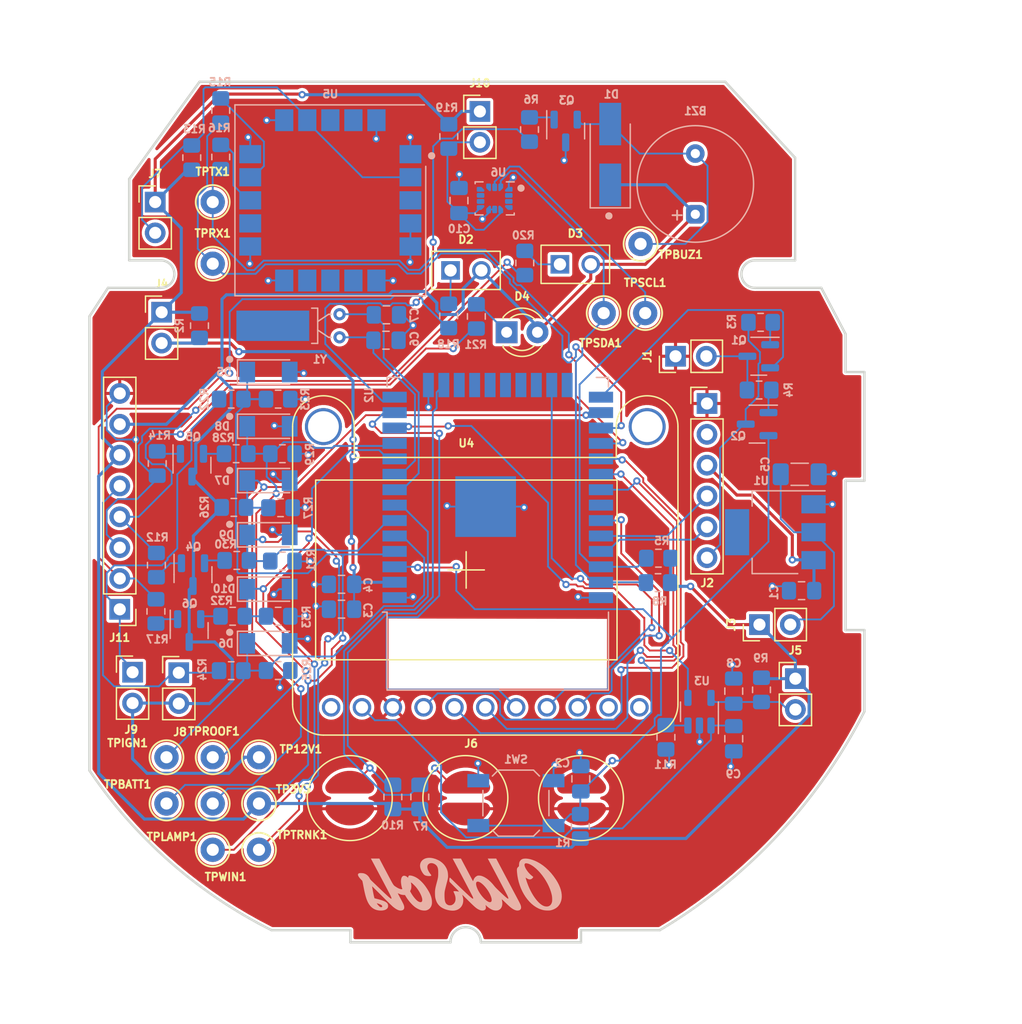
<source format=kicad_pcb>
(kicad_pcb (version 20211014) (generator pcbnew)
  (layers (0 "F.Cu" signal) (31 "B.Cu" signal) (34 "B.Paste" user) (35 "F.Paste" user) (36 "B.SilkS" user "B.Silkscreen") (37 "F.SilkS" user "F.Silkscreen") (38 "B.Mask" user) (39 "F.Mask" user) (44 "Edge.Cuts" user))
  (net 0 "")
  (net 1 "+5V")
  (net 2 "GND")
  (net 3 "/RESET")
  (net 4 "Net-(C3-Pad1)")
  (net 5 "Net-(C5-Pad1)")
  (net 6 "Net-(C6-Pad1)")
  (net 7 "Net-(C7-Pad1)")
  (net 8 "Net-(C8-Pad1)")
  (net 9 "Net-(C9-Pad1)")
  (net 10 "Net-(C10-Pad1)")
  (net 11 "+12V")
  (net 12 "Net-(BZ1-Pad2)")
  (net 13 "/LIGHTS")
  (net 14 "/IGN")
  (net 15 "/BATT")
  (net 16 "/ROOF")
  (net 17 "/WINDOW")
  (net 18 "/TRUNK")
  (net 19 "/DTR")
  (net 20 "/CTS")
  (net 21 "/RXD0")
  (net 22 "/TXD0")
  (net 23 "/RTS")
  (net 24 "+3V3")
  (net 25 "Net-(J7-Pad2)")
  (net 26 "/input_divider1/IN")
  (net 27 "/input_divider/IN")
  (net 28 "Net-(J11-Pad2)")
  (net 29 "Net-(J11-Pad3)")
  (net 30 "Net-(J11-Pad4)")
  (net 31 "Net-(Q1-Pad1)")
  (net 32 "/GPIO0")
  (net 33 "Net-(Q2-Pad1)")
  (net 34 "Net-(Q3-Pad1)")
  (net 35 "/SCL")
  (net 36 "/BUZZER")
  (net 37 "/HOUR")
  (net 38 "/SDA")
  (net 39 "/MIN")
  (net 40 "Net-(R11-Pad1)")
  (net 41 "Net-(Q4-Pad1)")
  (net 42 "Net-(Q5-Pad1)")
  (net 43 "Net-(R15-Pad1)")
  (net 44 "/GPS_RX_MO")
  (net 45 "Net-(R16-Pad1)")
  (net 46 "/GPS_TX_MI")
  (net 47 "Net-(Q6-Pad1)")
  (net 48 "Net-(D2-Pad1)")
  (net 49 "Net-(D3-Pad1)")
  (net 50 "Net-(D4-Pad1)")
  (net 51 "/input_divider6/IN")
  (net 52 "/input_divider7/IN")
  (net 53 "/input_divider5/IN")
  (net 54 "/TFT_POWER")
  (net 55 "/TFT_CS")
  (net 62 "/TFT_RESET")
  (net 64 "/SCK")
  (net 65 "/MOSI")
  (net 66 "/MISO")
  (net 68 "/TFT_DC")
  (footprint "TestPoint:TestPoint_Keystone_5000-5004_Miniature" (layer "F.Cu") (at 27.888609 189.745576)
    (fp_text reference "TPTRNK1")
    (fp_text value "TestPoint")
  )
  (footprint "Connector_PinHeader_2.54mm:PinHeader_1x02_P2.54mm_Vertical" (layer "F.Cu") (at 19.338609 136.405576)
    (fp_text reference "J7")
    (fp_text value "Conn_01x02_Male")
  )
  (footprint "TestPoint:TestPoint_Keystone_5000-5004_Miniature" (layer "F.Cu") (at 20.268609 185.935576)
    (fp_text reference "TPBATT1")
    (fp_text value "TestPoint")
  )
  (footprint "Connector_PinHeader_2.54mm:PinHeader_1x02_P2.54mm_Vertical" (layer "F.Cu") (at 46.088609 128.945576)
    (fp_text reference "J10")
    (fp_text value "Conn_01x02_Male")
  )
  (footprint "Connector_PinHeader_2.54mm:PinHeader_1x02_P2.54mm_Vertical" (layer "F.Cu") (at 72.084609 175.655576)
    (fp_text reference "J5")
    (fp_text value "Conn_01x02_Male")
  )
  (footprint "TestPoint:TestPoint_Keystone_5000-5004_Miniature" (layer "F.Cu") (at 27.888609 182.125576)
    (fp_text reference "TP12V1")
    (fp_text value "TestPoint")
  )
  (footprint "TestPoint:TestPoint_Keystone_5000-5004_Miniature" (layer "F.Cu") (at 27.888609 185.935576)
    (fp_text reference "TP3V3")
    (fp_text value "TestPoint")
  )
  (footprint "TestPoint:TestPoint_Keystone_5000-5004_Miniature" (layer "F.Cu") (at 24.078609 189.745576)
    (fp_text reference "TPWIN1")
    (fp_text value "TestPoint")
  )
  (footprint "TestPoint:TestPoint_Keystone_5000-5004_Miniature" (layer "F.Cu") (at 20.268609 182.125576)
    (fp_text reference "TPIGN1")
    (fp_text value "TestPoint")
  )
  (footprint "DelSolLib:LED_Rectangular_W3.65mm_L6.15mm" (layer "F.Cu") (at 44.943609 142.035576)
    (fp_text reference "D2")
    (fp_text value "SSL-LX4673ID-LA20")
  )
  (footprint "Connector_PinHeader_2.54mm:PinHeader_1x02_P2.54mm_Vertical" (layer "F.Cu") (at 19.868609 145.480576)
    (fp_text reference "J4")
    (fp_text value "Conn_01x02_Male")
  )
  (footprint "TestPoint:TestPoint_Keystone_5000-5004_Miniature" (layer "F.Cu") (at 24.078609 141.485576)
    (fp_text reference "TPRX1")
    (fp_text value "TestPoint")
  )
  (footprint "TestPoint:TestPoint_Keystone_5000-5004_Miniature" (layer "F.Cu") (at 59.708609 145.549576)
    (fp_text reference "TPSCL1")
    (fp_text value "TestPoint")
  )
  (footprint "DelSolLib:Adafruit_1.14in_TFT" (layer "F.Cu") (at 30.658609 180.300576)
    (fp_text reference "U4")
    (fp_text value "Adafruit_1.14in_TFT")
  )
  (footprint "TestPoint:TestPoint_Keystone_5000-5004_Miniature" (layer "F.Cu") (at 56.288609 145.549576)
    (fp_text reference "TPSDA1")
    (fp_text value "TestPoint")
  )
  (footprint "Connector_PinHeader_2.54mm:PinHeader_1x06_P2.54mm_Vertical" (layer "F.Cu") (at 64.798609 152.995576)
    (fp_text reference "J2")
    (fp_text value "Conn_01x06")
  )
  (footprint "TestPoint:TestPoint_Keystone_5000-5004_Miniature" (layer "F.Cu") (at 24.078609 182.125576)
    (fp_text reference "TPROOF1")
    (fp_text value "TestPoint")
  )
  (footprint "DelSolLib:LED_Rectangular_W3.65mm_L6.15mm" (layer "F.Cu") (at 53.953609 141.535576)
    (fp_text reference "D3")
    (fp_text value "SSL-LX4673ID-LA20")
  )
  (footprint "Connector_PinHeader_2.54mm:PinHeader_1x08_P2.54mm_Vertical" (layer "F.Cu") (at 16.418609 169.945576 180)
    (fp_text reference "J11")
    (fp_text value "Conn_01x08_Male")
  )
  (footprint "Connector_PinHeader_2.54mm:PinHeader_1x02_P2.54mm_Vertical" (layer "F.Cu") (at 62.208609 149.105576 90)
    (fp_text reference "J1")
    (fp_text value "Conn_01x02_Male")
  )
  (footprint "TestPoint:TestPoint_Keystone_5000-5004_Miniature" (layer "F.Cu") (at 59.328609 139.855576)
    (fp_text reference "TPBUZ1")
    (fp_text value "TestPoint")
  )
  (footprint "LED_THT:LED_D3.0mm" (layer "F.Cu") (at 48.293609 147.130576)
    (fp_text reference "D4")
    (fp_text value "WP132XGD")
  )
  (footprint "Connector_PinHeader_2.54mm:PinHeader_1x02_P2.54mm_Vertical" (layer "F.Cu") (at 21.284609 175.165576)
    (fp_text reference "J8")
    (fp_text value "Conn_01x02_Male")
  )
  (footprint "TestPoint:TestPoint_Keystone_5000-5004_Miniature" (layer "F.Cu") (at 24.078609 136.405576)
    (fp_text reference "TPTX1")
    (fp_text value "TestPoint")
  )
  (footprint "TestPoint:TestPoint_Keystone_5000-5004_Miniature" (layer "F.Cu") (at 24.078609 185.935576)
    (fp_text reference "TPLAMP1")
    (fp_text value "TestPoint")
  )
  (footprint "DelSolLib:Switch_DelSol" (layer "F.Cu") (at 35.368609 185.490576)
    (fp_text reference "J6")
    (fp_text value "CLOCK_BUTTONS")
  )
  (footprint "LOGO" (layer "F.Cu") (at 45.059009 192.742776)
    (fp_text reference "G***" hide)
    (fp_text value "LOGO" hide)
  )
  (footprint "Connector_PinHeader_2.54mm:PinHeader_1x02_P2.54mm_Vertical" (layer "F.Cu") (at 17.474609 175.125576)
    (fp_text reference "J9")
    (fp_text value "Conn_01x02_Male")
  )
  (footprint "Connector_PinHeader_2.54mm:PinHeader_1x02_P2.54mm_Vertical" (layer "F.Cu") (at 69.123609 171.203576 90)
    (fp_text reference "J3")
    (fp_text value "Conn_01x02_Male")
  )
  (footprint "Resistor_SMD:R_0805_2012Metric_Pad1.20x1.40mm_HandSolder" (layer "B.Cu") (at 61.416609 180.483076 -90)
    (fp_text reference "R11")
    (fp_text value "3.4K")
  )
  (footprint "Resistor_SMD:R_0805_2012Metric_Pad1.20x1.40mm_HandSolder" (layer "B.Cu") (at 49.788609 141.425576 -90)
    (fp_text reference "R20")
    (fp_text value "470")
  )
  (footprint "Resistor_SMD:R_0805_2012Metric_Pad1.20x1.40mm_HandSolder" (layer "B.Cu") (at 69.096109 151.885576)
    (fp_text reference "R4")
    (fp_text value "10K")
  )
  (footprint "Capacitor_SMD:C_0805_2012Metric_Pad1.18x1.45mm_HandSolder" (layer "B.Cu") (at 44.368609 136.285576 90)
    (fp_text reference "C10")
    (fp_text value "0.1u")
  )
  (footprint "Resistor_SMD:R_0805_2012Metric_Pad1.20x1.40mm_HandSolder" (layer "B.Cu") (at 29.468609 152.637554)
    (fp_text reference "R23")
    (fp_text value "10K")
  )
  (footprint "Resistor_SMD:R_0805_2012Metric_Pad1.20x1.40mm_HandSolder" (layer "B.Cu") (at 19.506609 157.935576 -90)
    (fp_text reference "R14")
    (fp_text value "100K")
  )
  (footprint "Capacitor_SMD:C_0805_2012Metric_Pad1.18x1.45mm_HandSolder" (layer "B.Cu") (at 67.004609 176.680576 90)
    (fp_text reference "C8")
    (fp_text value "10u")
  )
  (footprint "Resistor_SMD:R_0805_2012Metric_Pad1.20x1.40mm_HandSolder" (layer "B.Cu") (at 43.528609 131.005576 -90)
    (fp_text reference "R19")
    (fp_text value "0")
  )
  (footprint "RF_Module:ESP32-WROOM-32" (layer "B.Cu") (at 47.563609 160.730576)
    (fp_text reference "U2")
    (fp_text value "ESP32-WROOM-32D")
  )
  (footprint "Resistor_SMD:R_0805_2012Metric_Pad1.20x1.40mm_HandSolder" (layer "B.Cu") (at 43.518609 145.785576 -90)
    (fp_text reference "R18")
    (fp_text value "470")
  )
  (footprint "Capacitor_SMD:C_0805_2012Metric_Pad1.18x1.45mm_HandSolder" (layer "B.Cu") (at 34.688609 169.933576 180)
    (fp_text reference "C3")
    (fp_text value "22u")
  )
  (footprint "Resistor_SMD:R_0805_2012Metric_Pad1.20x1.40mm_HandSolder" (layer "B.Cu") (at 45.798609 145.825576 -90)
    (fp_text reference "R21")
    (fp_text value "470")
  )
  (footprint "Resistor_SMD:R_0805_2012Metric_Pad1.20x1.40mm_HandSolder" (layer "B.Cu") (at 22.351409 132.747976 90)
    (fp_text reference "R13")
    (fp_text value "0")
  )
  (footprint "Resistor_SMD:R_0805_2012Metric_Pad1.20x1.40mm_HandSolder" (layer "B.Cu") (at 22.988609 146.585576 -90)
    (fp_text reference "R2")
    (fp_text value "0")
  )
  (footprint "Capacitor_SMD:C_0805_2012Metric_Pad1.18x1.45mm_HandSolder" (layer "B.Cu") (at 34.688609 167.885576 180)
    (fp_text reference "C4")
    (fp_text value "0.1u")
  )
  (footprint "Resistor_SMD:R_0805_2012Metric_Pad1.20x1.40mm_HandSolder" (layer "B.Cu") (at 29.468609 170.51597)
    (fp_text reference "R33")
    (fp_text value "10K")
  )
  (footprint "Diode_SMD:D_MiniMELF" (layer "B.Cu") (at 28.668609 163.811564)
    (fp_text reference "D9")
    (fp_text value "ZMM3V6-M")
  )
  (footprint "Capacitor_SMD:C_0805_2012Metric_Pad1.18x1.45mm_HandSolder" (layer "B.Cu") (at 72.592609 168.409576 180)
    (fp_text reference "C1")
    (fp_text value "10u")
  )
  (footprint "Resistor_SMD:R_0805_2012Metric_Pad1.20x1.40mm_HandSolder" (layer "B.Cu") (at 25.602609 174.995576)
    (fp_text reference "R24")
    (fp_text value "34K")
  )
  (footprint "Diode_SMD:D_MiniMELF" (layer "B.Cu") (at 28.668609 150.402752)
    (fp_text reference "D5")
    (fp_text value "ZMM3V6-M")
  )
  (footprint "Resistor_SMD:R_0805_2012Metric_Pad1.20x1.40mm_HandSolder" (layer "B.Cu") (at 19.438609 166.305576 90)
    (fp_text reference "R12")
    (fp_text value "100K")
  )
  (footprint "Resistor_SMD:R_0805_2012Metric_Pad1.20x1.40mm_HandSolder" (layer "B.Cu") (at 19.398609 170.115576 90)
    (fp_text reference "R17")
    (fp_text value "100K")
  )
  (footprint "Resistor_SMD:R_0805_2012Metric_Pad1.20x1.40mm_HandSolder" (layer "B.Cu") (at 25.818609 161.551576)
    (fp_text reference "R26")
    (fp_text value "34K")
  )
  (footprint "DelSolLib:Buzzer_CUI-CMI-9650C-120" (layer "B.Cu") (at 63.838609 134.915576 180)
    (fp_text reference "BZ1")
    (fp_text value "CMI-9650C-120")
  )
  (footprint "Resistor_SMD:R_0805_2012Metric_Pad1.20x1.40mm_HandSolder" (layer "B.Cu") (at 26.009009 157.131976)
    (fp_text reference "R28")
    (fp_text value "34K")
  )
  (footprint "Resistor_SMD:R_0805_2012Metric_Pad1.20x1.40mm_HandSolder" (layer "B.Cu") (at 24.739009 132.697176 -90)
    (fp_text reference "R16")
    (fp_text value "470")
  )
  (footprint "Crystal:Crystal_DS26_D2.0mm_L6.0mm_Horizontal_1EP_style1" (layer "B.Cu") (at 34.528609 147.545576 90)
    (fp_text reference "Y1")
    (fp_text value "DT-26 32.768KHz")
  )
  (footprint "Resistor_SMD:R_0805_2012Metric_Pad1.20x1.40mm_HandSolder" (layer "B.Cu") (at 29.819009 165.971176)
    (fp_text reference "R31")
    (fp_text value "10K")
  )
  (footprint "Package_TO_SOT_SMD:SOT-223" (layer "B.Cu") (at 70.428609 163.595576 180)
    (fp_text reference "U1")
    (fp_text value "TLV1117-33")
  )
  (footprint "Diode_SMD:D_MiniMELF" (layer "B.Cu") (at 28.668609 154.872356)
    (fp_text reference "D8")
    (fp_text value "ZMM3V6-M")
  )
  (footprint "Resistor_SMD:R_0805_2012Metric_Pad1.20x1.40mm_HandSolder" (layer "B.Cu") (at 26.059809 165.920376)
    (fp_text reference "R30")
    (fp_text value "34K")
  )
  (footprint "Capacitor_SMD:C_0805_2012Metric_Pad1.18x1.45mm_HandSolder" (layer "B.Cu") (at 54.406209 183.903576 90)
    (fp_text reference "C2")
    (fp_text value "1u")
  )
  (footprint "Diode_SMD:D_MiniMELF" (layer "B.Cu") (at 28.668609 159.34196)
    (fp_text reference "D7")
    (fp_text value "ZMM3V6-M")
  )
  (footprint "Resistor_SMD:R_0805_2012Metric_Pad1.20x1.40mm_HandSolder" (layer "B.Cu") (at 50.178609 130.435576 90)
    (fp_text reference "R6")
    (fp_text value "180")
  )
  (footprint "Package_TO_SOT_SMD:SOT-23" (layer "B.Cu") (at 68.928609 154.693576 180)
    (fp_text reference "Q2")
    (fp_text value "PZT2222A")
  )
  (footprint "LOGO" (layer "B.Cu") (at 44.449409 192.641176 180)
    (fp_text reference "G***" hide)
    (fp_text value "LOGO" hide)
  )
  (footprint "Capacitor_SMD:C_0805_2012Metric_Pad1.18x1.45mm_HandSolder" (layer "B.Cu") (at 38.353409 147.784776)
    (fp_text reference "C6")
    (fp_text value "15p")
  )
  (footprint "Diode_SMD:D_MiniMELF" (layer "B.Cu") (at 28.668609 168.281168)
    (fp_text reference "D10")
    (fp_text value "ZMM3V6-M")
  )
  (footprint "Diode_SMD:D_MiniMELF" (layer "B.Cu") (at 28.668609 172.750772)
    (fp_text reference "D6")
    (fp_text value "ZMM3V6-M")
  )
  (footprint "Resistor_SMD:R_0805_2012Metric_Pad1.20x1.40mm_HandSolder" (layer "B.Cu") (at 29.666609 161.576762)
    (fp_text reference "R27")
    (fp_text value "10K")
  )
  (footprint "Package_TO_SOT_SMD:SOT-23" (layer "B.Cu") (at 69.066109 149.105576 180)
    (fp_text reference "Q1")
    (fp_text value "PZT2222A")
  )
  (footprint "RF_GPS:ublox_SAM-M8Q" (layer "B.Cu") (at 33.768609 136.265576 180)
    (fp_text reference "U5")
    (fp_text value "SAM-M8Q")
  )
  (footprint "Package_TO_SOT_SMD:SOT-23" (layer "B.Cu") (at 22.368609 158.075576 -90)
    (fp_text reference "Q5")
    (fp_text value "MMBT2907A")
  )
  (footprint "Resistor_SMD:R_0805_2012Metric_Pad1.20x1.40mm_HandSolder" (layer "B.Cu") (at 41.138609 185.395576 90)
    (fp_text reference "R7")
    (fp_text value "10K")
  )
  (footprint "Button_Switch_SMD:SW_SPST_SKQG_WithoutStem" (layer "B.Cu") (at 49.058609 185.905576 180)
    (fp_text reference "SW1")
    (fp_text value "TS-1187A-B-A-B")
  )
  (footprint "Capacitor_SMD:C_1206_3216Metric_Pad1.33x1.80mm_HandSolder" (layer "B.Cu") (at 72.438609 158.825576)
    (fp_text reference "C5")
    (fp_text value "100u")
  )
  (footprint "Resistor_SMD:R_0805_2012Metric_Pad1.20x1.40mm_HandSolder" (layer "B.Cu") (at 69.216109 146.311576)
    (fp_text reference "R3")
    (fp_text value "10K")
  )
  (footprint "Resistor_SMD:R_0805_2012Metric_Pad1.20x1.40mm_HandSolder" (layer "B.Cu") (at 29.468609 174.985576)
    (fp_text reference "R25")
    (fp_text value "10K")
  )
  (footprint "Package_LGA:LGA-14_3x2.5mm_P0.5mm_LayoutBorder3x4y" (layer "B.Cu") (at 47.308609 136.105576 180)
    (fp_text reference "U6")
    (fp_text value "LSM6DS3")
  )
  (footprint "Resistor_SMD:R_0805_2012Metric_Pad1.20x1.40mm_HandSolder" (layer "B.Cu") (at 54.363609 187.815176 90)
    (fp_text reference "R1")
    (fp_text value "10K")
  )
  (footprint "Resistor_SMD:R_0805_2012Metric_Pad1.20x1.40mm_HandSolder" (layer "B.Cu") (at 69.290609 176.575576 -90)
    (fp_text reference "R9")
    (fp_text value "0")
  )
  (footprint "Resistor_SMD:R_0805_2012Metric_Pad1.20x1.40mm_HandSolder" (layer "B.Cu") (at 60.768609 167.749176 180)
    (fp_text reference "R8")
    (fp_text value "2K")
  )
  (footprint "Resistor_SMD:R_0805_2012Metric_Pad1.20x1.40mm_HandSolder" (layer "B.Cu") (at 25.602609 152.635576)
    (fp_text reference "R22")
    (fp_text value "34K")
  )
  (footprint "Package_TO_SOT_SMD:SOT-23" (layer "B.Cu") (at 22.138609 171.693076 -90)
    (fp_text reference "Q6")
    (fp_text value "MMBT2907A")
  )
  (footprint "Resistor_SMD:R_0805_2012Metric_Pad1.20x1.40mm_HandSolder" (layer "B.Cu") (at 29.819009 157.131976)
    (fp_text reference "R29")
    (fp_text value "10K")
  )
  (footprint "Resistor_SMD:R_0805_2012Metric_Pad1.20x1.40mm_HandSolder" (layer "B.Cu") (at 60.798609 165.735576 180)
    (fp_text reference "R5")
    (fp_text value "2K")
  )
  (footprint "Capacitor_SMD:C_0805_2012Metric_Pad1.18x1.45mm_HandSolder" (layer "B.Cu") (at 67.004609 180.601576 -90)
    (fp_text reference "C9")
    (fp_text value "10u")
  )
  (footprint "Capacitor_SMD:C_0805_2012Metric_Pad1.18x1.45mm_HandSolder" (layer "B.Cu") (at 38.388609 145.695576)
    (fp_text reference "C7")
    (fp_text value "15p")
  )
  (footprint "Resistor_SMD:R_0805_2012Metric_Pad1.20x1.40mm_HandSolder" (layer "B.Cu") (at 25.718609 170.515576)
    (fp_text reference "R32")
    (fp_text value "34K")
  )
  (footprint "Package_TO_SOT_SMD:SOT-23-5" (layer "B.Cu") (at 64.178609 178.375576 90)
    (fp_text reference "U3")
    (fp_text value "SY6280A")
  )
  (footprint "Resistor_SMD:R_0805_2012Metric_Pad1.20x1.40mm_HandSolder" (layer "B.Cu") (at 24.739009 128.871176 -90)
    (fp_text reference "R15")
    (fp_text value "470")
  )
  (footprint "Resistor_SMD:R_0805_2012Metric_Pad1.20x1.40mm_HandSolder" (layer "B.Cu") (at 38.918609 185.395576 90)
    (fp_text reference "R10")
    (fp_text value "10K")
  )
  (footprint "Package_TO_SOT_SMD:SOT-23" (layer "B.Cu") (at 53.158609 130.555576 -90)
    (fp_text reference "Q3")
    (fp_text value "PZT2222A")
  )
  (footprint "Diode_SMD:D_SMA_Handsoldering" (layer "B.Cu") (at 56.828609 132.485576 90)
    (fp_text reference "D1")
    (fp_text value "SS210")
  )
  (footprint "Package_TO_SOT_SMD:SOT-23" (layer "B.Cu") (at 22.453009 167.088776 -90)
    (fp_text reference "Q4")
    (fp_text value "MMBT2907A")
  )
  (gr_circle (center 25.475609 162.948576) (end 25.625609 162.948576) (layer "B.SilkS") (width 0.3) (fill none))
  (gr_circle (center 56.717609 137.548576) (end 56.867609 137.548576) (layer "B.SilkS") (width 0.3) (fill none))
  (gr_circle (center 25.475609 149.359576) (end 25.625609 149.359576) (layer "B.SilkS") (width 0.3) (fill none))
  (gr_circle (center 42.112609 132.595576) (end 42.262609 132.595576) (layer "B.SilkS") (width 0.3) (fill none))
  (gr_circle (center 25.475609 167.393576) (end 25.625609 167.393576) (layer "B.SilkS") (width 0.3) (fill none))
  (gr_circle (center 25.475609 154.058576) (end 25.625609 154.058576) (layer "B.SilkS") (width 0.3) (fill none))
  (gr_circle (center 25.475609 158.503576) (end 25.625609 158.503576) (layer "B.SilkS") (width 0.3) (fill none))
  (gr_circle (center 25.475609 171.838576) (end 25.625609 171.838576) (layer "B.SilkS") (width 0.3) (fill none))
  (gr_circle (center 49.478609 135.262576) (end 49.628609 135.262576) (layer "B.SilkS") (width 0.3) (fill none))
  (gr_line (start 19.783609 141.205576) (end 17.198609 141.205576) (layer "Edge.Cuts") (width 0.2))
  (gr_arc (start 68.773609 143.475576) (mid 67.638609 142.340576) (end 68.773609 141.205576) (layer "Edge.Cuts") (width 0.2))
  (gr_line (start 35.418609 196.365576) (end 35.418609 197.365576) (layer "Edge.Cuts") (width 0.2))
  (gr_line (start 77.768609 171.655576) (end 77.768609 178.365576) (layer "Edge.Cuts") (width 0.2))
  (gr_line (start 17.198609 134.505576) (end 22.988609 126.505576) (layer "Edge.Cuts") (width 0.2))
  (gr_line (start 77.768609 150.405576) (end 77.768609 159.355576) (layer "Edge.Cuts") (width 0.2))
  (gr_line (start 46.168609 197.365576) (end 54.418609 197.365576) (layer "Edge.Cuts") (width 0.2))
  (gr_arc (start 19.783609 141.205576) (mid 20.918609 142.340576) (end 19.783609 143.475576) (layer "Edge.Cuts") (width 0.2))
  (gr_line (start 76.218609 159.355576) (end 76.218609 171.655576) (layer "Edge.Cuts") (width 0.2))
  (gr_line (start 54.418609 197.365576) (end 54.418609 196.365576) (layer "Edge.Cuts") (width 0.2))
  (gr_line (start 72.058609 132.755576) (end 72.058609 141.205576) (layer "Edge.Cuts") (width 0.2))
  (gr_arc (start 43.668609 197.365576) (mid 44.918609 196.115576) (end 46.168609 197.365576) (layer "Edge.Cuts") (width 0.2))
  (gr_arc (start 77.768609 178.365576) (mid 70.617767 188.558329) (end 60.918609 196.365576) (layer "Edge.Cuts") (width 0.2))
  (gr_line (start 15.448609 143.475576) (end 19.783609 143.475576) (layer "Edge.Cuts") (width 0.2))
  (gr_line (start 76.218609 150.405576) (end 77.768609 150.405576) (layer "Edge.Cuts") (width 0.2))
  (gr_line (start 77.768609 159.355576) (end 76.218609 159.355576) (layer "Edge.Cuts") (width 0.2))
  (gr_line (start 17.198609 141.205576) (end 17.198609 134.505576) (layer "Edge.Cuts") (width 0.2))
  (gr_line (start 76.218609 147.275576) (end 76.218609 150.405576) (layer "Edge.Cuts") (width 0.2))
  (gr_line (start 76.218609 171.655576) (end 77.768609 171.655576) (layer "Edge.Cuts") (width 0.2))
  (gr_arc (start 28.918609 196.365576) (mid 20.573991 190.754018) (end 13.918609 183.215576) (layer "Edge.Cuts") (width 0.2))
  (gr_line (start 35.418609 197.365576) (end 43.668609 197.365576) (layer "Edge.Cuts") (width 0.2))
  (gr_line (start 28.918609 196.365576) (end 35.418609 196.365576) (layer "Edge.Cuts") (width 0.2))
  (gr_line (start 13.918609 145.825576) (end 15.448609 143.475576) (layer "Edge.Cuts") (width 0.2))
  (gr_line (start 22.988609 126.505576) (end 66.308609 126.505576) (layer "Edge.Cuts") (width 0.2))
  (gr_line (start 72.058609 141.205576) (end 68.773609 141.205576) (layer "Edge.Cuts") (width 0.2))
  (gr_line (start 13.918609 183.215576) (end 13.918609 145.825576) (layer "Edge.Cuts") (width 0.2))
  (gr_line (start 66.308609 126.505576) (end 72.058609 132.755576) (layer "Edge.Cuts") (width 0.2))
  (gr_line (start 54.418609 196.365576) (end 60.918609 196.365576) (layer "Edge.Cuts") (width 0.2))
  (gr_line (start 74.218609 143.475576) (end 76.218609 147.275576) (layer "Edge.Cuts") (width 0.2))
  (gr_line (start 68.773609 143.475576) (end 74.218609 143.475576) (layer "Edge.Cuts") (width 0.2))
  (segment (start 71.830609 163.837576) (end 71.830609 165.869576) (width 0.254) (layer "F.Cu") (net 1))
  (segment (start 68.528609 160.535576) (end 71.830609 163.837576) (width 0.254) (layer "F.Cu") (net 1))
  (segment (start 64.798609 158.075576) (end 67.258609 160.535576) (width 0.254) (layer "F.Cu") (net 1))
  (segment (start 67.258609 160.535576) (end 68.528609 160.535576) (width 0.254) (layer "F.Cu") (net 1))
  (via (at 71.830609 165.869576) (size 0.6) (drill 0.3) (layers "F.Cu" "B.Cu") (net 1))
  (segment (start 73.616109 165.933076) (end 73.578609 165.895576) (width 0.25) (layer "B.Cu") (net 1))
  (segment (start 71.830609 165.869576) (end 73.552609 165.869576) (width 0.254) (layer "B.Cu") (net 1))
  (segment (start 73.616109 168.045576) (end 73.616109 165.933076) (width 0.25) (layer "B.Cu") (net 1))
  (segment (start 73.552609 165.869576) (end 73.578609 165.895576) (width 0.254) (layer "B.Cu") (net 1))
  (via (at 28.650609 142.882576) (size 0.6) (drill 0.3) (layers "F.Cu" "B.Cu") (net 2))
  (via (at 64.210609 180.855576) (size 0.6) (drill 0.3) (layers "F.Cu" "B.Cu") (net 2))
  (via (at 45.922609 182.633576) (size 0.6) (drill 0.3) (layers "F.Cu" "B.Cu") (net 2))
  (via (at 29.107809 168.714376) (size 0.6) (drill 0.3) (layers "F.Cu" "B.Cu") (net 2))
  (via (at 40.334609 141.358576) (size 0.6) (drill 0.3) (layers "F.Cu" "B.Cu") (net 2))
  (via (at 40.588609 168.917576) (size 0.6) (drill 0.3) (layers "F.Cu" "B.Cu") (net 2))
  (via (at 29.057009 158.808376) (size 0.6) (drill 0.3) (layers "F.Cu" "B.Cu") (net 2))
  (via (at 32.460609 167.901576) (size 0.6) (drill 0.3) (layers "F.Cu" "B.Cu") (net 2))
  (via (at 32.587609 169.679576) (size 0.6) (drill 0.3) (layers "F.Cu" "B.Cu") (net 2))
  (via (at 29.615809 176.385176) (size 0.6) (drill 0.3) (layers "F.Cu" "B.Cu") (net 2))
  (via (at 31.952609 157.233576) (size 0.6) (drill 0.3) (layers "F.Cu" "B.Cu") (net 2))
  (via (at 17.728609 155.963576) (size 0.6) (drill 0.3) (layers "F.Cu" "B.Cu") (net 2))
  (via (at 70.179609 168.028576) (size 0.6) (drill 0.3) (layers "F.Cu" "B.Cu") (net 2))
  (via (at 75.132609 161.297576) (size 0.6) (drill 0.3) (layers "F.Cu" "B.Cu") (net 2))
  (via (at 29.006209 163.380376) (size 0.6) (drill 0.3) (layers "F.Cu" "B.Cu") (net 2))
  (via (at 31.571609 150.502576) (size 0.6) (drill 0.3) (layers "F.Cu" "B.Cu") (net 2))
  (via (at 66.750609 182.887576) (size 0.6) (drill 0.3) (layers "F.Cu" "B.Cu") (net 2))
  (via (at 27.126609 141.485576) (size 0.6) (drill 0.3) (layers "F.Cu" "B.Cu") (net 2))
  (via (at 49.732609 161.551576) (size 0.6) (drill 0.3) (layers "F.Cu" "B.Cu") (net 2))
  (via (at 66.877609 174.505576) (size 0.6) (drill 0.3) (layers "F.Cu" "B.Cu") (net 2))
  (via (at 31.901809 172.371976) (size 0.6) (drill 0.3) (layers "F.Cu" "B.Cu") (net 2))
  (via (at 41.858609 153.296576) (size 0.6) (drill 0.3) (layers "F.Cu" "B.Cu") (net 2))
  (via (at 31.698609 152.661576) (size 0.6) (drill 0.3) (layers "F.Cu" "B.Cu") (net 2))
  (via (at 31.698609 170.441576) (size 0.6) (drill 0.3) (layers "F.Cu" "B.Cu") (net 2))
  (via (at 48.843609 134.373576) (size 0.6) (drill 0.3) (layers "F.Cu" "B.Cu") (net 2))
  (via (at 38.937609 142.882576) (size 0.6) (drill 0.3) (layers "F.Cu" "B.Cu") (net 2))
  (via (at 37.540609 131.198576) (size 0.6) (drill 0.3) (layers "F.Cu" "B.Cu") (net 2))
  (via (at 54.177609 168.917576) (size 0.6) (drill 0.3) (layers "F.Cu" "B.Cu") (net 2))
  (via (at 53.034609 132.976576) (size 0.6) (drill 0.3) (layers "F.Cu" "B.Cu") (net 2))
  (via (at 31.698609 161.551576) (size 0.6) (drill 0.3) (layers "F.Cu" "B.Cu") (net 2))
  (via (at 43.382609 161.424576) (size 0.6) (drill 0.3) (layers "F.Cu" "B.Cu") (net 2))
  (via (at 40.334609 131.071576) (size 0.6) (drill 0.3) (layers "F.Cu" "B.Cu") (net 2))
  (via (at 29.158609 154.820576) (size 0.6) (drill 0.3) (layers "F.Cu" "B.Cu") (net 2))
  (via (at 61.670609 182.760576) (size 0.6) (drill 0.3) (layers "F.Cu" "B.Cu") (net 2))
  (via (at 75.259609 158.757576) (size 0.6) (drill 0.3) (layers "F.Cu" "B.Cu") (net 2))
  (via (at 26.999609 131.071576) (size 0.6) (drill 0.3) (layers "F.Cu" "B.Cu") (net 2))
  (via (at 28.523609 129.674576) (size 0.6) (drill 0.3) (layers "F.Cu" "B.Cu") (net 2))
  (via (at 46.303609 137.802576) (size 0.6) (drill 0.3) (layers "F.Cu" "B.Cu") (net 2))
  (via (at 44.398609 134.119576) (size 0.6) (drill 0.3) (layers "F.Cu" "B.Cu") (net 2))
  (via (at 32.105009 165.996576) (size 0.6) (drill 0.3) (layers "F.Cu" "B.Cu") (net 2))
  (via (at 54.304609 181.744576) (size 0.6) (drill 0.3) (layers "F.Cu" "B.Cu") (net 2))
  (via (at 52.272609 182.760576) (size 0.6) (drill 0.3) (layers "F.Cu" "B.Cu") (net 2))
  (via (at 40.588609 146.565576) (size 0.6) (drill 0.3) (layers "F.Cu" "B.Cu") (net 2))
  (segment (start 75.191609 158.825576) (end 75.259609 158.757576) (width 0.1524) (layer "B.Cu") (net 2))
  (segment (start 30.468609 152.637554) (end 31.674587 152.637554) (width 0.1524) (layer "B.Cu") (net 2))
  (segment (start 32.105009 165.996576) (end 30.844409 165.996576) (width 0.1524) (layer "B.Cu") (net 2))
  (segment (start 29.615809 175.838376) (end 30.468609 174.985576) (width 0.1524) (layer "B.Cu") (net 2))
  (segment (start 30.468609 170.51597) (end 31.624215 170.51597) (width 0.1524) (layer "B.Cu") (net 2))
  (segment (start 29.590593 159.34196) (end 30.418609 159.34196) (width 0.1524) (layer "B.Cu") (net 2))
  (segment (start 29.968609 129.665576) (end 28.532609 129.665576) (width 0.1524) (layer "B.Cu") (net 2))
  (segment (start 33.651109 169.705576) (end 32.613609 169.705576) (width 0.1524) (layer "B.Cu") (net 2))
  (segment (start 31.673423 161.576762) (end 31.698609 161.551576) (width 0.1524) (layer "B.Cu") (net 2))
  (segment (start 29.541017 168.281168) (end 30.418609 168.281168) (width 0.1524) (layer "B.Cu") (net 2))
  (segment (start 29.057009 158.808376) (end 29.590593 159.34196) (width 0.1524) (layer "B.Cu") (net 2))
  (segment (start 15.340498 153.243687) (end 15.340498 155.176354) (width 0.1524) (layer "B.Cu") (net 2))
  (segment (start 39.390909 147.763276) (end 40.588609 146.565576) (width 0.1524) (layer "B.Cu") (net 2))
  (segment (start 66.828609 182.555576) (end 66.750609 182.633576) (width 0.1524) (layer "B.Cu") (net 2))
  (segment (start 52.158609 184.055576) (end 52.158609 182.874576) (width 0.1524) (layer "B.Cu") (net 2))
  (segment (start 47.308609 137.018076) (end 46.808609 137.018076) (width 0.1524) (layer "B.Cu") (net 2))
  (segment (start 31.901809 172.371976) (end 30.797405 172.371976) (width 0.1524) (layer "B.Cu") (net 2))
  (segment (start 27.168609 141.443576) (end 27.126609 141.485576) (width 0.1524) (layer "B.Cu") (net 2))
  (segment (start 71.541109 168.045576) (end 70.196609 168.045576) (width 0.1524) (layer "B.Cu") (net 2))
  (segment (start 64.178609 180.823576) (end 64.210609 180.855576) (width 0.1524) (layer "B.Cu") (net 2))
  (segment (start 40.368609 141.324576) (end 40.334609 141.358576) (width 0.1524) (layer "B.Cu") (net 2))
  (segment (start 38.920609 142.865576) (end 38.937609 142.882576) (width 0.1524) (layer "B.Cu") (net 2))
  (segment (start 41.848609 153.286576) (end 41.858609 153.296576) (width 0.1524) (layer "B.Cu") (net 2))
  (segment (start 30.797405 172.371976) (end 30.418609 172.750772) (width 0.1524) (layer "B.Cu") (net 2))
  (segment (start 37.568609 129.665576) (end 37.568609 131.170576) (width 0.1524) (layer "B.Cu") (net 2))
  (segment (start 39.718609 145.695576) (end 40.588609 146.565576) (width 0.1524) (layer "B.Cu") (net 2))
  (segment (start 73.578609 161.295576) (end 75.130609 161.295576) (width 0.1524) (layer "B.Cu") (net 2))
  (segment (start 31.952609 157.233576) (end 31.851009 157.131976) (width 0.1524) (layer "B.Cu") (net 2))
  (segment (start 61.688609 181.483076) (end 61.688609 182.742576) (width 0.1524) (layer "B.Cu") (net 2))
  (segment (start 40.368609 132.465576) (end 40.368609 131.105576) (width 0.1524) (layer "B.Cu") (net 2))
  (segment (start 74.001109 158.825576) (end 75.191609 158.825576) (width 0.1524) (layer "B.Cu") (net 2))
  (segment (start 37.568609 131.170576) (end 37.540609 131.198576) (width 0.1524) (layer "B.Cu") (net 2))
  (segment (start 15.340498 155.176354) (end 16.12772 155.963576) (width 0.1524) (layer "B.Cu") (net 2))
  (segment (start 40.368609 140.065576) (end 40.368609 141.324576) (width 0.1524) (layer "B.Cu") (net 2))
  (segment (start 28.532609 129.665576) (end 28.523609 129.674576) (width 0.1524) (layer "B.Cu") (net 2))
  (segment (start 46.563609 161.485576) (end 49.666609 161.485576) (width 0.1524) (layer "B.Cu") (net 2))
  (segment (start 30.418609 154.872356) (end 29.210389 154.872356) (width 0.1524) (layer "B.Cu") (net 2))
  (segment (start 16.418609 152.165576) (end 15.340498 153.243687) (width 0.1524) (layer "B.Cu") (net 2))
  (segment (start 29.210389 154.872356) (end 29.158609 154.820576) (width 0.1524) (layer "B.Cu") (net 2))
  (segment (start 48.471109 134.746076) (end 48.843609 134.373576) (width 0.1524) (layer "B.Cu") (net 2))
  (segment (start 49.666609 161.485576) (end 49.732609 161.551576) (width 0.1524) (layer "B.Cu") (net 2))
  (segment (start 31.674587 152.637554) (end 31.698609 152.661576) (width 0.1524) (layer "B.Cu") (net 2))
  (segment (start 46.808609 137.297576) (end 46.303609 137.802576) (width 0.1524) (layer "B.Cu") (net 2))
  (segment (start 44.368609 135.248076) (end 44.368609 134.149576) (width 0.1524) (layer "B.Cu") (net 2))
  (segment (start 29.968609 142.865576) (end 28.667609 142.865576) (width 0.1524) (layer "B.Cu") (net 2))
  (segment (start 70.196609 168.045576) (end 70.179609 168.028576) (width 0.1524) (layer "B.Cu") (net 2))
  (segment (start 44.368609 134.149576) (end 44.398609 134.119576) (width 0.1524) (layer "B.Cu") (net 2))
  (segment (start 37.568609 142.865576) (end 38.920609 142.865576) (width 0.1524) (layer "B.Cu") (net 2))
  (segment (start 53.158609 131.493076) (end 53.158609 132.852576) (width 0.1524) (layer "B.Cu") (net 2))
  (segment (start 27.168609 132.465576) (end 27.168609 131.240576) (width 0.1524) (layer "B.Cu") (net 2))
  (segment (start 39.426109 145.695576) (end 39.718609 145.695576) (width 0.1524) (layer "B.Cu") (net 2))
  (segment (start 53.158609 132.852576) (end 53.034609 132.976576) (width 0.1524) (layer "B.Cu") (net 2))
  (segment (start 41.848609 151.475576) (end 41.848609 153.286576) (width 0.1524) (layer "B.Cu") (net 2))
  (segment (start 66.828609 181.320576) (end 66.828609 182.555576) (width 0.1524) (layer "B.Cu") (net 2))
  (segment (start 31.851009 157.131976) (end 30.819009 157.131976) (width 0.1524) (layer "B.Cu") (net 2))
  (segment (start 30.844409 165.996576) (end 30.819009 165.971176) (width 0.1524) (layer "B.Cu") (net 2))
  (segment (start 32.613609 169.705576) (end 32.587609 169.679576) (width 0.1524) (layer "B.Cu") (net 2))
  (segment (start 33.651109 167.885576) (end 32.476609 167.885576) (width 0.1524) (layer "B.Cu") (net 2))
  (segment (start 31.471785 150.402752) (end 31.571609 150.502576) (width 0.1524) (layer "B.Cu") (net 2))
  (segment (start 54.406209 181.846176) (end 54.304609 181.744576) (width 0.1524) (layer "B.Cu") (net 2))
  (segment (start 66.878609 174.506576) (end 66.877609 174.505576) (width 0.1524) (layer "B.Cu") (net 2))
  (segment (start 54.406209 182.866076) (end 54.406209 181.846176) (width 0.1524) (layer "B.Cu") (net 2))
  (segment (start 66.878609 175.643076) (end 66.878609 174.506576) (width 0.1524) (layer "B.Cu") (net 2))
  (segment (start 29.437397 163.811564) (end 30.418609 163.811564) (width 0.1524) (layer "B.Cu") (net 2))
  (segment (start 16.12772 155.963576) (end 17.728609 155.963576) (width 0.1524) (layer "B.Cu") (net 2))
  (segment (start 31.624215 170.51597) (end 31.698609 170.441576) (width 0.1524) (layer "B.Cu") (net 2))
  (segment (start 46.808609 137.018076) (end 46.808609 137.297576) (width 0.1524) (layer "B.Cu") (net 2))
  (segment (start 39.063609 168.985576) (end 40.520609 168.985576) (width 0.1524) (layer "B.Cu") (net 2))
  (segment (start 46.563609 161.485576) (end 43.443609 161.485576) (width 0.1524) (layer "B.Cu") (net 2))
  (segment (start 45.958609 182.669576) (end 45.922609 182.633576) (width 0.1524) (layer "B.Cu") (net 2))
  (segment (start 27.168609 140.065576) (end 27.168609 141.443576) (width 0.1524) (layer "B.Cu") (net 2))
  (segment (start 40.520609 168.985576) (end 40.588609 168.917576) (width 0.1524) (layer "B.Cu") (net 2))
  (segment (start 45.958609 184.055576) (end 45.958609 182.669576) (width 0.1524) (layer "B.Cu") (net 2))
  (segment (start 40.368609 131.105576) (end 40.334609 131.071576) (width 0.1524) (layer "B.Cu") (net 2))
  (segment (start 29.006209 163.380376) (end 29.437397 163.811564) (width 0.1524) (layer "B.Cu") (net 2))
  (segment (start 56.063609 168.985576) (end 54.245609 168.985576) (width 0.1524) (layer "B.Cu") (net 2))
  (segment (start 40.368609 138.165576) (end 40.368609 140.065576) (width 0.1524) (layer "B.Cu") (net 2))
  (segment (start 28.667609 142.865576) (end 28.650609 142.882576) (width 0.1524) (layer "B.Cu") (net 2))
  (segment (start 30.666609 161.576762) (end 31.673423 161.576762) (width 0.1524) (layer "B.Cu") (net 2))
  (segment (start 48.471109 135.355576) (end 48.471109 134.746076) (width 0.1524) (layer "B.Cu") (net 2))
  (segment (start 27.168609 131.240576) (end 26.999609 131.071576) (width 0.1524) (layer "B.Cu") (net 2))
  (segment (start 75.130609 161.295576) (end 75.132609 161.297576) (width 0.1524) (layer "B.Cu") (net 2))
  (segment (start 32.476609 167.885576) (end 32.460609 167.901576) (width 0.1524) (layer "B.Cu") (net 2))
  (segment (start 39.390909 147.784776) (end 39.390909 147.763276) (width 0.1524) (layer "B.Cu") (net 2))
  (segment (start 43.443609 161.485576) (end 43.382609 161.424576) (width 0.1524) (layer "B.Cu") (net 2))
  (segment (start 64.178609 179.513076) (end 64.178609 180.823576) (width 0.1524) (layer "B.Cu") (net 2))
  (segment (start 30.418609 150.402752) (end 31.471785 150.402752) (width 0.1524) (layer "B.Cu") (net 2))
  (segment (start 54.245609 168.985576) (end 54.177609 168.917576) (width 0.1524) (layer "B.Cu") (net 2))
  (segment (start 29.615809 176.385176) (end 29.615809 175.838376) (width 0.1524) (layer "B.Cu") (net 2))
  (segment (start 29.107809 168.714376) (end 29.541017 168.281168) (width 0.1524) (layer "B.Cu") (net 2))
  (segment (start 52.158609 182.874576) (end 52.272609 182.760576) (width 0.1524) (layer "B.Cu") (net 2))
  (segment (start 61.688609 182.742576) (end 61.670609 182.760576) (width 0.1524) (layer "B.Cu") (net 2))
  (segment (start 54.795109 184.615576) (end 57.001359 182.409326) (width 0.1524) (layer "F.Cu") (net 3))
  (segment (start 54.468609 184.615576) (end 54.795109 184.615576) (width 0.1524) (layer "F.Cu") (net 3))
  (segment (start 40.969609 166.504576) (end 44.068409 166.504576) (width 0.1524) (layer "F.Cu") (net 3))
  (segment (start 44.068409 166.504576) (end 44.144609 166.428376) (width 0.1524) (layer "F.Cu") (net 3))
  (via (at 57.001359 182.409326) (size 0.6) (drill 0.3) (layers "F.Cu" "B.Cu") (net 3))
  (via (at 40.969609 166.504576) (size 0.6) (drill 0.3) (layers "F.Cu" "B.Cu") (net 3))
  (via (at 44.144609 166.428376) (size 0.6) (drill 0.3) (layers "F.Cu" "B.Cu") (net 3))
  (segment (start 61.010209 178.654956) (end 60.768566 178.654956) (width 0.1524) (layer "B.Cu") (net 3))
  (segment (start 40.910609 166.445576) (end 40.969609 166.504576) (width 0.1524) (layer "B.Cu") (net 3))
  (segment (start 39.063609 166.445576) (end 40.910609 166.445576) (width 0.1524) (layer "B.Cu") (net 3))
  (segment (start 61.010209 173.220198) (end 61.010209 178.654956) (width 0.1524) (layer "B.Cu") (net 3))
  (segment (start 54.363609 184.983676) (end 54.363609 186.815176) (width 0.1524) (layer "B.Cu") (net 3))
  (segment (start 69.866109 164.364298) (end 61.91692 172.313487) (width 0.1524) (layer "B.Cu") (net 3))
  (segment (start 61.91692 172.313487) (end 61.010209 173.220198) (width 0.1524) (layer "B.Cu") (net 3))
  (segment (start 57.001359 182.409326) (end 54.469609 184.941076) (width 0.1524) (layer "B.Cu") (net 3))
  (segment (start 59.537009 169.933576) (end 61.91692 172.313487) (width 0.1524) (layer "B.Cu") (net 3))
  (segment (start 60.488489 178.935033) (end 60.488489 179.497696) (width 0.1524) (layer "B.Cu") (net 3))
  (segment (start 53.556801 186.815176) (end 52.616401 187.755576) (width 0.1524) (layer "B.Cu") (net 3))
  (segment (start 60.488489 179.497696) (end 57.576859 182.409326) (width 0.1524) (layer "B.Cu") (net 3))
  (segment (start 54.469609 184.941076) (end 54.406209 184.941076) (width 0.1524) (layer "B.Cu") (net 3))
  (segment (start 52.616401 187.755576) (end 52.158609 187.755576) (width 0.1524) (layer "B.Cu") (net 3))
  (segment (start 54.363609 186.815176) (end 53.556801 186.815176) (width 0.1524) (layer "B.Cu") (net 3))
  (segment (start 44.144609 168.409576) (end 45.668609 169.933576) (width 0.1524) (layer "B.Cu") (net 3))
  (segment (start 44.144609 166.428376) (end 44.144609 168.409576) (width 0.1524) (layer "B.Cu") (net 3))
  (segment (start 57.576859 182.409326) (end 57.001359 182.409326) (width 0.1524) (layer "B.Cu") (net 3))
  (segment (start 54.406209 184.941076) (end 54.363609 184.983676) (width 0.1524) (layer "B.Cu") (net 3))
  (segment (start 52.158609 187.755576) (end 45.958609 187.755576) (width 0.1524) (layer "B.Cu") (net 3))
  (segment (start 60.768566 178.654956) (end 60.488489 178.935033) (width 0.1524) (layer "B.Cu") (net 3))
  (segment (start 45.668609 169.933576) (end 59.537009 169.933576) (width 0.1524) (layer "B.Cu") (net 3))
  (segment (start 69.866109 155.485576) (end 69.866109 164.364298) (width 0.1524) (layer "B.Cu") (net 3))
  (segment (start 26.237609 148.724576) (end 25.533609 148.020576) (width 0.254) (layer "F.Cu") (net 4))
  (segment (start 35.635616 166.504569) (end 35.635616 164.472569) (width 0.254) (layer "F.Cu") (net 4))
  (segment (start 35.635616 157.360569) (end 35.635616 155.963569) (width 0.254) (layer "F.Cu") (net 4))
  (segment (start 35.635609 164.472576) (end 35.508609 164.345576) (width 0.1524) (layer "F.Cu") (net 4))
  (segment (start 25.533609 148.020576) (end 19.868609 148.020576) (width 0.254) (layer "F.Cu") (net 4))
  (via (at 35.635609 166.504576) (size 0.6) (drill 0.3) (layers "F.Cu" "B.Cu") (net 4))
  (via (at 35.635609 155.963576) (size 0.6) (drill 0.3) (layers "F.Cu" "B.Cu") (net 4))
  (via (at 35.635609 157.360576) (size 0.6) (drill 0.3) (layers "F.Cu" "B.Cu") (net 4))
  (via (at 35.508609 164.345576) (size 0.6) (drill 0.3) (layers "F.Cu" "B.Cu") (net 4))
  (via (at 26.237609 148.724576) (size 0.6) (drill 0.3) (layers "F.Cu" "B.Cu") (net 4))
  (segment (start 35.726116 167.885567) (end 35.726116 166.595069) (width 0.254) (layer "B.Cu") (net 4))
  (segment (start 22.55361 148.020583) (end 19.868609 148.020583) (width 0.254) (layer "B.Cu") (net 4))
  (segment (start 35.726109 166.595076) (end 35.635609 166.504576) (width 0.1524) (layer "B.Cu") (net 4))
  (segment (start 35.635609 155.963576) (end 35.635609 151.137576) (width 0.254) (layer "B.Cu") (net 4))
  (segment (start 35.508609 157.487576) (end 35.635609 157.360576) (width 0.1524) (layer "B.Cu") (net 4))
  (segment (start 35.508616 164.345569) (end 35.508616 157.487569) (width 0.254) (layer "B.Cu") (net 4))
  (segment (start 35.896118 167.715565) (end 39.0636 167.715565) (width 0.254) (layer "B.Cu") (net 4))
  (segment (start 35.726109 167.885576) (end 35.896109 167.715576) (width 0.1524) (layer "B.Cu") (net 4))
  (segment (start 35.726109 169.705576) (end 35.726109 167.885576) (width 0.1524) (layer "B.Cu") (net 4))
  (segment (start 35.635609 151.137576) (end 33.222609 148.724576) (width 0.254) (layer "B.Cu") (net 4))
  (segment (start 33.222609 148.724576) (end 26.237609 148.724576) (width 0.254) (layer "B.Cu") (net 4))
  (segment (start 22.988609 147.585576) (end 22.553609 148.020576) (width 0.1524) (layer "B.Cu") (net 4))
  (segment (start 74.163609 170.775576) (end 75.259609 169.679576) (width 0.1524) (layer "B.Cu") (net 5))
  (segment (start 73.578609 163.595576) (end 71.969609 163.595576) (width 0.1524) (layer "B.Cu") (net 5))
  (segment (start 75.259609 165.276576) (end 73.578609 163.595576) (width 0.1524) (layer "B.Cu") (net 5))
  (segment (start 71.969609 163.595576) (end 70.876109 162.502076) (width 0.1524) (layer "B.Cu") (net 5))
  (segment (start 71.663609 170.775576) (end 74.163609 170.775576) (width 0.1524) (layer "B.Cu") (net 5))
  (segment (start 75.259609 169.679576) (end 75.259609 165.276576) (width 0.1524) (layer "B.Cu") (net 5))
  (segment (start 70.876109 162.502076) (end 70.876109 158.825576) (width 0.1524) (layer "B.Cu") (net 5))
  (segment (start 40.741489 157.697696) (end 39.613609 158.825576) (width 0.1524) (layer "B.Cu") (net 6))
  (segment (start 37.076709 147.545576) (end 37.315909 147.784776) (width 0.1524) (layer "B.Cu") (net 6))
  (segment (start 34.528609 147.545576) (end 37.076709 147.545576) (width 0.1524) (layer "B.Cu") (net 6))
  (segment (start 37.315909 148.821654) (end 40.741489 152.247234) (width 0.1524) (layer "B.Cu") (net 6))
  (segment (start 39.613609 158.825576) (end 39.063609 158.825576) (width 0.1524) (layer "B.Cu") (net 6))
  (segment (start 40.741489 152.247234) (end 40.741489 157.697696) (width 0.1524) (layer "B.Cu") (net 6))
  (segment (start 37.315909 147.784776) (end 37.315909 148.821654) (width 0.1524) (layer "B.Cu") (net 6))
  (segment (start 38.166729 149.223696) (end 41.045809 152.102776) (width 0.1524) (layer "B.Cu") (net 7))
  (segment (start 41.045809 158.749598) (end 39.699831 160.095576) (width 0.1524) (layer "B.Cu") (net 7))
  (segment (start 41.045809 152.102776) (end 41.045809 158.749598) (width 0.1524) (layer "B.Cu") (net 7))
  (segment (start 34.528609 145.645576) (end 37.301109 145.645576) (width 0.1524) (layer "B.Cu") (net 7))
  (segment (start 37.351109 145.695576) (end 38.166729 146.511196) (width 0.1524) (layer "B.Cu") (net 7))
  (segment (start 37.301109 145.645576) (end 37.351109 145.695576) (width 0.1524) (layer "B.Cu") (net 7))
  (segment (start 38.166729 146.511196) (end 38.166729 149.223696) (width 0.1524) (layer "B.Cu") (net 7))
  (segment (start 39.699831 160.095576) (end 39.063609 160.095576) (width 0.1524) (layer "B.Cu") (net 7))
  (segment (start 70.808609 177.575576) (end 65.466109 177.575576) (width 0.1524) (layer "B.Cu") (net 8))
  (segment (start 71.428609 178.195576) (end 70.808609 177.575576) (width 0.1524) (layer "B.Cu") (net 8))
  (segment (start 65.466109 177.575576) (end 65.128609 177.238076) (width 0.1524) (layer "B.Cu") (net 8))
  (segment (start 44.957409 188.729576) (end 42.89472 186.666887) (width 0.1524) (layer "B.Cu") (net 9))
  (segment (start 65.128609 179.513076) (end 65.128609 180.684439) (width 0.1524) (layer "B.Cu") (net 9))
  (segment (start 53.715566 187.987056) (end 52.973046 188.729576) (width 0.1524) (layer "B.Cu") (net 9))
  (segment (start 42.89472 182.795824) (end 39.176472 179.077576) (width 0.1524) (layer "B.Cu") (net 9))
  (segment (start 52.973046 188.729576) (end 44.957409 188.729576) (width 0.1524) (layer "B.Cu") (net 9))
  (segment (start 57.825992 187.987056) (end 53.715566 187.987056) (width 0.1524) (layer "B.Cu") (net 9))
  (segment (start 37.436609 179.077576) (end 36.373609 178.014576) (width 0.1524) (layer "B.Cu") (net 9))
  (segment (start 66.561109 179.513076) (end 66.828609 179.245576) (width 0.1524) (layer "B.Cu") (net 9))
  (segment (start 39.176472 179.077576) (end 37.436609 179.077576) (width 0.1524) (layer "B.Cu") (net 9))
  (segment (start 42.89472 186.666887) (end 42.89472 182.795824) (width 0.1524) (layer "B.Cu") (net 9))
  (segment (start 65.128609 180.684439) (end 57.825992 187.987056) (width 0.1524) (layer "B.Cu") (net 9))
  (segment (start 65.128609 179.513076) (end 66.561109 179.513076) (width 0.1524) (layer "B.Cu") (net 9))
  (segment (start 44.048609 131.485576) (end 46.088609 131.485576) (width 0.1524) (layer "B.Cu") (net 10))
  (segment (start 47.808609 137.018076) (end 47.808609 137.294607) (width 0.1524) (layer "B.Cu") (net 10))
  (segment (start 47.808609 137.294607) (end 46.41164 138.691576) (width 0.1524) (layer "B.Cu") (net 10))
  (segment (start 45.678609 137.323076) (end 46.146109 136.855576) (width 0.1524) (layer "B.Cu") (net 10))
  (segment (start 45.737109 138.691576) (end 44.368609 137.323076) (width 0.1524) (layer "B.Cu") (net 10))
  (segment (start 43.415489 132.118696) (end 43.415489 136.369956) (width 0.1524) (layer "B.Cu") (net 10))
  (segment (start 44.368609 137.323076) (end 45.678609 137.323076) (width 0.1524) (layer "B.Cu") (net 10))
  (segment (start 43.415489 136.369956) (end 44.368609 137.323076) (width 0.1524) (layer "B.Cu") (net 10))
  (segment (start 43.528609 132.005576) (end 44.048609 131.485576) (width 0.1524) (layer "B.Cu") (net 10))
  (segment (start 43.528609 132.005576) (end 43.415489 132.118696) (width 0.1524) (layer "B.Cu") (net 10))
  (segment (start 46.41164 138.691576) (end 45.737109 138.691576) (width 0.1524) (layer "B.Cu") (net 10))
  (segment (start 55.223609 142.740576) (end 55.223609 141.535576) (width 0.254) (layer "F.Cu") (net 11))
  (segment (start 59.718609 141.535576) (end 63.838609 137.415576) (width 0.254) (layer "F.Cu") (net 11))
  (segment (start 50.833609 147.130576) (end 55.223609 142.740576) (width 0.254) (layer "F.Cu") (net 11))
  (segment (start 55.223609 141.535576) (end 59.718609 141.535576) (width 0.254) (layer "F.Cu") (net 11))
  (segment (start 42.539689 144.706656) (end 42.539689 145.354661) (width 0.254) (layer "B.Cu") (net 11))
  (segment (start 22.138609 172.630576) (end 24.233774 172.630576) (width 0.254) (layer "B.Cu") (net 11))
  (segment (start 22.368609 159.115576) (end 24.804609 161.551576) (width 0.254) (layer "B.Cu") (net 11))
  (segment (start 24.840609 144.406576) (end 25.202698 144.044487) (width 0.254) (layer "B.Cu") (net 11))
  (segment (start 25.602609 153.389581) (end 25.602609 151.772576) (width 0.254) (layer "B.Cu") (net 11))
  (segment (start 46.213609 142.035576) (end 50.833609 146.655576) (width 0.254) (layer "B.Cu") (net 11))
  (segment (start 27.888609 182.125576) (end 26.720209 182.125576) (width 0.254) (layer "B.Cu") (net 11))
  (segment (start 61.408609 134.985576) (end 56.828609 134.985576) (width 0.254) (layer "B.Cu") (net 11))
  (segment (start 41.604609 143.771576) (end 42.539689 144.706656) (width 0.254) (layer "B.Cu") (net 11))
  (segment (start 25.687529 174.084331) (end 25.687529 175.817656) (width 0.254) (layer "B.Cu") (net 11))
  (segment (start 16.418609 154.705576) (end 20.256609 154.705576) (width 0.254) (layer "B.Cu") (net 11))
  (segment (start 22.368609 159.013076) (end 22.368609 159.115576) (width 0.254) (layer "B.Cu") (net 11))
  (segment (start 20.718609 177.665576) (end 20.758609 177.705576) (width 0.254) (layer "B.Cu") (net 11))
  (segment (start 22.453009 168.026276) (end 22.488609 167.990676) (width 0.254) (layer "B.Cu") (net 11))
  (segment (start 24.840609 150.121576) (end 24.840609 144.406576) (width 0.254) (layer "B.Cu") (net 11))
  (segment (start 17.474609 182.252576) (end 17.474609 177.665576) (width 0.254) (layer "B.Cu") (net 11))
  (segment (start 17.474609 177.665576) (end 20.718609 177.665576) (width 0.254) (layer "B.Cu") (net 11))
  (segment (start 42.849524 145.664496) (end 44.187694 145.664496) (width 0.254) (layer "B.Cu") (net 11))
  (segment (start 44.71452 143.534665) (end 46.213609 142.035576) (width 0.254) (layer "B.Cu") (net 11))
  (segment (start 42.539689 145.354661) (end 42.849524 145.664496) (width 0.254) (layer "B.Cu") (net 11))
  (segment (start 24.804609 161.551576) (end 24.818609 161.551576) (width 0.254) (layer "B.Cu") (net 11))
  (segment (start 44.71452 145.13767) (end 44.71452 143.534665) (width 0.254) (layer "B.Cu") (net 11))
  (segment (start 63.838609 137.415576) (end 61.408609 134.985576) (width 0.254) (layer "B.Cu") (net 11))
  (segment (start 22.488609 167.990676) (end 22.488609 163.895576) (width 0.254) (layer "B.Cu") (net 11))
  (segment (start 38.59752 144.044487) (end 38.870431 143.771576) (width 0.254) (layer "B.Cu") (net 11))
  (segment (start 26.720209 182.125576) (end 25.399409 183.446376) (width 0.254) (layer "B.Cu") (net 11))
  (segment (start 22.368609 159.013076) (end 22.681609 158.700076) (width 0.254) (layer "B.Cu") (net 11))
  (segment (start 22.138609 168.340676) (end 22.453009 168.026276) (width 0.254) (layer "B.Cu") (net 11))
  (segment (start 38.870431 143.771576) (end 41.604609 143.771576) (width 0.254) (layer "B.Cu") (net 11))
  (segment (start 50.833609 146.655576) (end 50.833609 147.130576) (width 0.254) (layer "B.Cu") (net 11))
  (segment (start 25.202698 144.044487) (end 38.59752 144.044487) (width 0.254) (layer "B.Cu") (net 11))
  (segment (start 25.399409 183.446376) (end 18.668409 183.446376) (width 0.254) (layer "B.Cu") (net 11))
  (segment (start 22.488609 163.895576) (end 24.818609 161.565576) (width 0.254) (layer "B.Cu") (net 11))
  (segment (start 23.799609 177.705576) (end 20.758609 177.705576) (width 0.254) (layer "B.Cu") (net 11))
  (segment (start 44.187694 145.664496) (end 44.71452 145.13767) (width 0.254) (layer "B.Cu") (net 11))
  (segment (start 24.233774 172.630576) (end 25.687529 174.084331) (width 0.254) (layer "B.Cu") (net 11))
  (segment (start 20.256609 154.705576) (end 24.840609 150.121576) (width 0.254) (layer "B.Cu") (net 11))
  (segment (start 25.602609 151.772576) (end 24.396109 150.566076) (width 0.254) (layer "B.Cu") (net 11))
  (segment (start 22.681609 156.310581) (end 25.602609 153.389581) (width 0.254) (layer "B.Cu") (net 11))
  (segment (start 25.687529 175.817656) (end 23.799609 177.705576) (width 0.254) (layer "B.Cu") (net 11))
  (segment (start 22.681609 158.700076) (end 22.681609 156.310581) (width 0.254) (layer "B.Cu") (net 11))
  (segment (start 24.818609 161.565576) (end 24.818609 161.551576) (width 0.254) (layer "B.Cu") (net 11))
  (segment (start 18.668409 183.446376) (end 17.474609 182.252576) (width 0.254) (layer "B.Cu") (net 11))
  (segment (start 22.138609 172.630576) (end 22.138609 168.340676) (width 0.254) (layer "B.Cu") (net 11))
  (segment (start 54.108609 129.618076) (end 54.476109 129.985576) (width 0.1524) (layer "B.Cu") (net 12))
  (segment (start 63.022034 139.855576) (end 64.845609 138.032001) (width 0.1524) (layer "B.Cu") (net 12))
  (segment (start 63.838609 132.415576) (end 59.258609 132.415576) (width 0.1524) (layer "B.Cu") (net 12))
  (segment (start 59.258609 132.415576) (end 56.828609 129.985576) (width 0.1524) (layer "B.Cu") (net 12))
  (segment (start 54.476109 129.985576) (end 56.828609 129.985576) (width 0.1524) (layer "B.Cu") (net 12))
  (segment (start 64.845609 138.032001) (end 64.845609 133.422576) (width 0.1524) (layer "B.Cu") (net 12))
  (segment (start 59.328609 139.855576) (end 63.022034 139.855576) (width 0.1524) (layer "B.Cu") (net 12))
  (segment (start 64.845609 133.422576) (end 63.838609 132.415576) (width 0.1524) (layer "B.Cu") (net 12))
  (segment (start 33.883009 173.225328) (end 34.792285 172.316052) (width 0.1524) (layer "F.Cu") (net 13))
  (segment (start 32.584309 175.826376) (end 33.883009 174.527676) (width 0.1524) (layer "F.Cu") (net 13))
  (segment (start 33.883009 174.527676) (end 33.883009 173.225328) (width 0.1524) (layer "F.Cu") (net 13))
  (segment (start 31.932509 175.826376) (end 32.584309 175.826376) (width 0.1524) (layer "F.Cu") (net 13))
  (via (at 31.932509 175.826376) (size 0.6) (drill 0.3) (layers "F.Cu" "B.Cu") (net 13))
  (via (at 34.792285 172.316052) (size 0.6) (drill 0.3) (layers "F.Cu" "B.Cu") (net 13))
  (segment (start 26.808609 152.635576) (end 28.466631 152.635576) (width 0.1524) (layer "B.Cu") (net 13))
  (segment (start 25.30672 184.707465) (end 29.98032 184.707465) (width 0.1524) (layer "B.Cu") (net 13))
  (segment (start 26.110609 166.885576) (end 26.199519 166.974486) (width 0.1524) (layer "B.Cu") (net 13))
  (segment (start 33.466419 165.422566) (end 34.939619 165.422566) (width 0.1524) (layer "B.Cu") (net 13))
  (segment (start 25.990489 164.769555) (end 26.110609 164.889675) (width 0.1524) (layer "B.Cu") (net 13))
  (segment (start 27.197189 152.637554) (end 25.990489 153.844254) (width 0.1524) (layer "B.Cu") (net 13))
  (segment (start 38.816619 165.422566) (end 39.063609 165.175576) (width 0.1524) (layer "B.Cu") (net 13))
  (segment (start 34.792285 165.5699) (end 34.939619 165.422566) (width 0.1524) (layer "B.Cu") (net 13))
  (segment (start 34.939619 165.422566) (end 38.816619 165.422566) (width 0.1524) (layer "B.Cu") (net 13))
  (segment (start 31.932509 182.755276) (end 31.932509 175.826376) (width 0.1524) (layer "B.Cu") (net 13))
  (segment (start 34.792285 172.316052) (end 34.792285 165.5699) (width 0.1524) (layer "B.Cu") (net 13))
  (segment (start 29.98032 184.707465) (end 31.932509 182.755276) (width 0.1524) (layer "B.Cu") (net 13))
  (segment (start 24.078609 185.935576) (end 25.30672 184.707465) (width 0.1524) (layer "B.Cu") (net 13))
  (segment (start 26.918609 152.525576) (end 26.918609 150.402752) (width 0.1524) (layer "B.Cu") (net 13))
  (segment (start 31.914499 166.974486) (end 33.466419 165.422566) (width 0.1524) (layer "B.Cu") (net 13))
  (segment (start 26.110609 164.889675) (end 26.110609 166.885576) (width 0.1524) (layer "B.Cu") (net 13))
  (segment (start 25.990489 153.844254) (end 25.990489 164.769555) (width 0.1524) (layer "B.Cu") (net 13))
  (segment (start 28.468609 152.637554) (end 27.197189 152.637554) (width 0.1524) (layer "B.Cu") (net 13))
  (segment (start 26.199519 166.974486) (end 31.914499 166.974486) (width 0.1524) (layer "B.Cu") (net 13))
  (segment (start 28.466631 152.635576) (end 28.468609 152.637554) (width 0.1524) (layer "B.Cu") (net 13))
  (segment (start 26.808609 152.635576) (end 26.918609 152.525576) (width 0.1524) (layer "B.Cu") (net 13))
  (segment (start 38.175609 169.679576) (end 40.573472 169.679576) (width 0.1524) (layer "B.Cu") (net 14))
  (segment (start 26.602609 175.791576) (end 26.602609 174.995576) (width 0.1524) (layer "B.Cu") (net 14))
  (segment (start 26.602609 174.995576) (end 28.458609 174.995576) (width 0.1524) (layer "B.Cu") (net 14))
  (segment (start 40.573472 169.679576) (end 41.49772 168.755328) (width 0.1524) (layer "B.Cu") (net 14))
  (segment (start 41.49772 165.703465) (end 39.699831 163.905576) (width 0.1524) (layer "B.Cu") (net 14))
  (segment (start 20.268609 182.125576) (end 26.602609 175.791576) (width 0.1524) (layer "B.Cu") (net 14))
  (segment (start 28.468609 174.985576) (end 29.625302 173.828883) (width 0.1524) (layer "B.Cu") (net 14))
  (segment (start 41.49772 168.755328) (end 41.49772 165.703465) (width 0.1524) (layer "B.Cu") (net 14))
  (segment (start 26.602609 174.995576) (end 26.918609 174.679576) (width 0.1524) (layer "B.Cu") (net 14))
  (segment (start 34.026302 173.828883) (end 38.175609 169.679576) (width 0.1524) (layer "B.Cu") (net 14))
  (segment (start 26.918609 174.679576) (end 26.918609 172.750772) (width 0.1524) (layer "B.Cu") (net 14))
  (segment (start 28.458609 174.995576) (end 28.468609 174.985576) (width 0.1524) (layer "B.Cu") (net 14))
  (segment (start 39.699831 163.905576) (end 39.063609 163.905576) (width 0.1524) (layer "B.Cu") (net 14))
  (segment (start 29.625302 173.828883) (end 34.026302 173.828883) (width 0.1524) (layer "B.Cu") (net 14))
  (segment (start 27.329809 172.473576) (end 27.329809 160.840376) (width 0.1524) (layer "F.Cu") (net 15))
  (segment (start 31.343009 176.486776) (end 27.329809 172.473576) (width 0.1524) (layer "F.Cu") (net 15))
  (segment (start 36.70237 153.957015) (end 30.784209 159.875176) (width 0.1524) (layer "F.Cu") (net 15))
  (segment (start 27.329809 160.840376) (end 28.295009 159.875176) (width 0.1524) (layer "F.Cu") (net 15))
  (segment (start 30.784209 159.875176) (end 28.295009 159.875176) (width 0.1524) (layer "F.Cu") (net 15))
  (segment (start 54.832229 153.957015) (end 36.70237 153.957015) (width 0.1524) (layer "F.Cu") (net 15))
  (via (at 28.295009 159.875176) (size 0.6) (drill 0.3) (layers "F.Cu" "B.Cu") (net 15))
  (via (at 54.832229 153.957015) (size 0.6) (drill 0.3) (layers "F.Cu" "B.Cu") (net 15))
  (via (at 31.343009 176.486776) (size 0.6) (drill 0.3) (layers "F.Cu" "B.Cu") (net 15))
  (segment (start 55.043668 153.745576) (end 54.832229 153.957015) (width 0.1524) (layer "B.Cu") (net 15))
  (segment (start 27.36942 184.403145) (end 31.343009 180.429556) (width 0.1524) (layer "B.Cu") (net 15))
  (segment (start 21.80104 184.403145) (end 27.36942 184.403145) (width 0.1524) (layer "B.Cu") (net 15))
  (segment (start 56.063609 153.745576) (end 55.043668 153.745576) (width 0.1524) (layer "B.Cu") (net 15))
  (segment (start 26.818609 161.551576) (end 26.918609 161.451576) (width 0.1524) (layer "B.Cu") (net 15))
  (segment (start 28.295009 159.875176) (end 27.761793 159.34196) (width 0.1524) (layer "B.Cu") (net 15))
  (segment (start 31.343009 180.429556) (end 31.343009 176.486776) (width 0.1524) (layer "B.Cu") (net 15))
  (segment (start 20.268609 185.935576) (end 21.80104 184.403145) (width 0.1524) (layer "B.Cu") (net 15))
  (segment (start 27.761793 159.34196) (end 26.918609 159.34196) (width 0.1524) (layer "B.Cu") (net 15))
  (segment (start 26.843795 161.576762) (end 26.818609 161.551576) (width 0.1524) (layer "B.Cu") (net 15))
  (segment (start 26.918609 161.451576) (end 26.918609 159.34196) (width 0.1524) (layer "B.Cu") (net 15))
  (segment (start 28.666609 161.576762) (end 26.843795 161.576762) (width 0.1524) (layer "B.Cu") (net 15))
  (segment (start 27.665298 170.929465) (end 27.665298 162.048987) (width 0.1524) (layer "F.Cu") (net 16))
  (segment (start 27.665298 162.048987) (end 29.311009 160.403276) (width 0.1524) (layer "F.Cu") (net 16))
  (segment (start 31.749409 175.013576) (end 27.665298 170.929465) (width 0.1524) (layer "F.Cu") (net 16))
  (via (at 31.749409 175.013576) (size 0.6) (drill 0.3) (layers "F.Cu" "B.Cu") (net 16))
  (via (at 29.311009 160.403276) (size 0.6) (drill 0.3) (layers "F.Cu" "B.Cu") (net 16))
  (segment (start 26.918609 154.872356) (end 26.918609 157.041576) (width 0.1524) (layer "B.Cu") (net 16))
  (segment (start 34.085358 156.491687) (end 38.857498 156.491687) (width 0.1524) (layer "B.Cu") (net 16))
  (segment (start 24.078609 182.125576) (end 24.804772 182.125576) (width 0.1524) (layer "B.Cu") (net 16))
  (segment (start 29.920566 156.179038) (end 31.999211 156.179038) (width 0.1524) (layer "B.Cu") (net 16))
  (segment (start 31.999211 156.179038) (end 32.47286 156.652687) (width 0.1524) (layer "B.Cu") (net 16))
  (segment (start 28.528898 157.422087) (end 28.819009 157.131976) (width 0.1524) (layer "B.Cu") (net 16))
  (segment (start 33.924358 156.652687) (end 34.085358 156.491687) (width 0.1524) (layer "B.Cu") (net 16))
  (segment (start 29.311009 160.403276) (end 29.311009 159.809239) (width 0.1524) (layer "B.Cu") (net 16))
  (segment (start 32.47286 156.652687) (end 33.924358 156.652687) (width 0.1524) (layer "B.Cu") (net 16))
  (segment (start 31.749409 175.180939) (end 31.749409 175.013576) (width 0.1524) (layer "B.Cu") (net 16))
  (segment (start 24.804772 182.125576) (end 31.749409 175.180939) (width 0.1524) (layer "B.Cu") (net 16))
  (segment (start 28.528898 159.027128) (end 28.528898 157.422087) (width 0.1524) (layer "B.Cu") (net 16))
  (segment (start 28.819009 157.131976) (end 28.967628 157.131976) (width 0.1524) (layer "B.Cu") (net 16))
  (segment (start 38.857498 156.491687) (end 39.063609 156.285576) (width 0.1524) (layer "B.Cu") (net 16))
  (segment (start 27.009009 157.131976) (end 28.819009 157.131976) (width 0.1524) (layer "B.Cu") (net 16))
  (segment (start 28.967628 157.131976) (end 29.920566 156.179038) (width 0.1524) (layer "B.Cu") (net 16))
  (segment (start 29.311009 159.809239) (end 28.528898 159.027128) (width 0.1524) (layer "B.Cu") (net 16))
  (segment (start 26.918609 157.041576) (end 27.009009 157.131976) (width 0.1524) (layer "B.Cu") (net 16))
  (segment (start 32.191472 163.532776) (end 30.337272 163.532776) (width 0.1524) (layer "F.Cu") (net 17))
  (segment (start 34.264185 165.605489) (end 32.191472 163.532776) (width 0.1524) (layer "F.Cu") (net 17))
  (segment (start 33.306839 174.356983) (end 33.306839 172.643346) (width 0.1524) (layer "F.Cu") (net 17))
  (segment (start 24.078609 189.745576) (end 25.815421 189.745576) (width 0.1524) (layer "F.Cu") (net 17))
  (segment (start 34.264185 165.971176) (end 34.264185 165.605489) (width 0.1524) (layer "F.Cu") (net 17))
  (segment (start 28.396609 164.396376) (end 28.193409 164.193176) (width 0.1524) (layer "F.Cu") (net 17))
  (segment (start 29.473672 164.396376) (end 28.396609 164.396376) (width 0.1524) (layer "F.Cu") (net 17))
  (segment (start 25.815421 189.745576) (end 31.038865 184.522132) (width 0.1524) (layer "F.Cu") (net 17))
  (segment (start 30.337272 163.532776) (end 29.473672 164.396376) (width 0.1524) (layer "F.Cu") (net 17))
  (segment (start 33.306839 172.643346) (end 33.578209 172.371976) (width 0.1524) (layer "F.Cu") (net 17))
  (segment (start 31.038865 184.522132) (end 31.860191 184.522132) (width 0.1524) (layer "F.Cu") (net 17))
  (via (at 28.193409 164.193176) (size 0.6) (drill 0.3) (layers "F.Cu" "B.Cu") (net 17))
  (via (at 31.860191 184.522132) (size 0.6) (drill 0.3) (layers "F.Cu" "B.Cu") (net 17))
  (via (at 33.306839 174.356983) (size 0.6) (drill 0.3) (layers "F.Cu" "B.Cu") (net 17))
  (via (at 34.264185 165.971176) (size 0.6) (drill 0.3) (layers "F.Cu" "B.Cu") (net 17))
  (via (at 33.578209 172.371976) (size 0.6) (drill 0.3) (layers "F.Cu" "B.Cu") (net 17))
  (segment (start 32.764929 174.898893) (end 33.306839 174.356983) (width 0.1524) (layer "B.Cu") (net 17))
  (segment (start 28.193409 164.193176) (end 27.300221 164.193176) (width 0.1524) (layer "B.Cu") (net 17))
  (segment (start 31.860191 184.522132) (end 32.764929 183.617394) (width 0.1524) (layer "B.Cu") (net 17))
  (segment (start 33.340366 165.118246) (end 36.030939 165.118246) (width 0.1524) (layer "B.Cu") (net 17))
  (segment (start 38.513609 162.635576) (end 39.063609 162.635576) (width 0.1524) (layer "B.Cu") (net 17))
  (segment (start 32.764929 183.617394) (end 32.764929 174.898893) (width 0.1524) (layer "B.Cu") (net 17))
  (segment (start 27.059809 165.920376) (end 26.918609 165.779176) (width 0.1524) (layer "B.Cu") (net 17))
  (segment (start 27.110609 165.971176) (end 28.819009 165.971176) (width 0.1524) (layer "B.Cu") (net 17))
  (segment (start 33.578209 172.371976) (end 33.989498 172.371976) (width 0.1524) (layer "B.Cu") (net 17))
  (segment (start 28.819009 165.971176) (end 29.747129 165.043056) (width 0.1524) (layer "B.Cu") (net 17))
  (segment (start 29.747129 165.043056) (end 33.265176 165.043056) (width 0.1524) (layer "B.Cu") (net 17))
  (segment (start 36.030939 165.118246) (end 38.513609 162.635576) (width 0.1524) (layer "B.Cu") (net 17))
  (segment (start 33.265176 165.043056) (end 33.340366 165.118246) (width 0.1524) (layer "B.Cu") (net 17))
  (segment (start 26.918609 165.779176) (end 26.918609 163.811564) (width 0.1524) (layer "B.Cu") (net 17))
  (segment (start 33.989498 172.371976) (end 34.487965 171.873509) (width 0.1524) (layer "B.Cu") (net 17))
  (segment (start 34.487965 171.873509) (end 34.487965 166.194956) (width 0.1524) (layer "B.Cu") (net 17))
  (segment (start 27.059809 165.920376) (end 27.110609 165.971176) (width 0.1524) (layer "B.Cu") (net 17))
  (segment (start 27.300221 164.193176) (end 26.918609 163.811564) (width 0.1524) (layer "B.Cu") (net 17))
  (segment (start 34.487965 166.194956) (end 34.264185 165.971176) (width 0.1524) (layer "B.Cu") (net 17))
  (segment (start 31.190609 186.443576) (end 31.190609 185.325976) (width 0.1524) (layer "F.Cu") (net 18))
  (segment (start 32.460609 174.454776) (end 28.244209 170.238376) (width 0.1524) (layer "F.Cu") (net 18))
  (segment (start 32.003409 164.497976) (end 28.244209 168.257176) (width 0.1524) (layer "F.Cu") (net 18))
  (segment (start 27.888609 189.745576) (end 31.190609 186.443576) (width 0.1524) (layer "F.Cu") (net 18))
  (segment (start 28.244209 170.238376) (end 28.244209 168.257176) (width 0.1524) (layer "F.Cu") (net 18))
  (segment (start 32.003409 164.091576) (end 32.003409 164.497976) (width 0.1524) (layer "F.Cu") (net 18))
  (via (at 28.244209 168.257176) (size 0.6) (drill 0.3) (layers "F.Cu" "B.Cu") (net 18))
  (via (at 31.190609 185.325976) (size 0.6) (drill 0.3) (layers "F.Cu" "B.Cu") (net 18))
  (via (at 32.460609 174.454776) (size 0.6) (drill 0.3) (layers "F.Cu" "B.Cu") (net 18))
  (via (at 32.003409 164.091576) (size 0.6) (drill 0.3) (layers "F.Cu" "B.Cu") (net 18))
  (segment (start 26.942601 168.257176) (end 26.918609 168.281168) (width 0.1524) (layer "B.Cu") (net 18))
  (segment (start 26.918609 170.315576) (end 26.918609 168.281168) (width 0.1524) (layer "B.Cu") (net 18))
  (segment (start 31.957928 183.994021) (end 32.460609 183.49134) (width 0.1524) (layer "B.Cu") (net 18))
  (segment (start 37.790498 156.832465) (end 35.416857 156.832465) (width 0.1524) (layer "B.Cu") (net 18))
  (segment (start 26.718609 170.515576) (end 26.918609 170.315576) (width 0.1524) (layer "B.Cu") (net 18))
  (segment (start 32.460609 183.49134) (end 32.460609 174.454776) (width 0.1524) (layer "B.Cu") (net 18))
  (segment (start 26.719003 170.51597) (end 26.718609 170.515576) (width 0.1524) (layer "B.Cu") (net 18))
  (segment (start 31.190609 184.309976) (end 31.506564 183.994021) (width 0.1524) (layer "B.Cu") (net 18))
  (segment (start 32.257409 159.991913) (end 32.257409 163.837576) (width 0.1524) (layer "B.Cu") (net 18))
  (segment (start 39.063609 157.555576) (end 38.513609 157.555576) (width 0.1524) (layer "B.Cu") (net 18))
  (segment (start 32.257409 163.837576) (end 32.003409 164.091576) (width 0.1524) (layer "B.Cu") (net 18))
  (segment (start 28.468609 170.51597) (end 26.719003 170.51597) (width 0.1524) (layer "B.Cu") (net 18))
  (segment (start 31.190609 185.325976) (end 31.190609 184.309976) (width 0.1524) (layer "B.Cu") (net 18))
  (segment (start 38.513609 157.555576) (end 37.790498 156.832465) (width 0.1524) (layer "B.Cu") (net 18))
  (segment (start 31.506564 183.994021) (end 31.957928 183.994021) (width 0.1524) (layer "B.Cu") (net 18))
  (segment (start 35.416857 156.832465) (end 32.257409 159.991913) (width 0.1524) (layer "B.Cu") (net 18))
  (segment (start 28.244209 168.257176) (end 26.942601 168.257176) (width 0.1524) (layer "B.Cu") (net 18))
  (segment (start 68.096109 151.885576) (end 68.128609 151.853076) (width 0.1524) (layer "B.Cu") (net 19))
  (segment (start 68.128609 151.853076) (end 68.128609 149.275576) (width 0.1524) (layer "B.Cu") (net 19))
  (segment (start 64.748609 149.105576) (end 67.958609 149.105576) (width 0.1524) (layer "B.Cu") (net 19))
  (segment (start 67.958609 149.105576) (end 68.128609 149.275576) (width 0.1524) (layer "B.Cu") (net 19))
  (segment (start 61.508609 163.905576) (end 56.063609 163.905576) (width 0.1524) (layer "B.Cu") (net 21))
  (segment (start 64.798609 160.615576) (end 61.508609 163.905576) (width 0.1524) (layer "B.Cu") (net 21))
  (segment (start 56.063609 165.175576) (end 56.613609 165.175576) (width 0.1524) (layer "B.Cu") (net 22))
  (segment (start 56.613609 165.175576) (end 57.579289 164.209896) (width 0.1524) (layer "B.Cu") (net 22))
  (segment (start 57.579289 164.209896) (end 63.744289 164.209896) (width 0.1524) (layer "B.Cu") (net 22))
  (segment (start 63.744289 164.209896) (end 64.798609 163.155576) (width 0.1524) (layer "B.Cu") (net 22))
  (segment (start 67.991109 154.535576) (end 67.991109 153.466739) (width 0.1524) (layer "B.Cu") (net 23))
  (segment (start 69.163609 148.757818) (end 68.216109 147.810318) (width 0.1524) (layer "B.Cu") (net 23))
  (segment (start 65.87672 164.617465) (end 64.798609 165.695576) (width 0.1524) (layer "B.Cu") (net 23))
  (segment (start 69.037989 152.419859) (end 69.037989 149.739196) (width 0.1524) (layer "B.Cu") (net 23))
  (segment (start 69.037989 149.739196) (end 69.163609 149.613576) (width 0.1524) (layer "B.Cu") (net 23))
  (segment (start 67.991109 154.535576) (end 65.87672 156.649965) (width 0.1524) (layer "B.Cu") (net 23))
  (segment (start 68.216109 147.810318) (end 68.216109 146.535576) (width 0.1524) (layer "B.Cu") (net 23))
  (segment (start 69.163609 149.613576) (end 69.163609 148.757818) (width 0.1524) (layer "B.Cu") (net 23))
  (segment (start 65.87672 156.649965) (end 65.87672 164.617465) (width 0.1524) (layer "B.Cu") (net 23))
  (segment (start 67.991109 153.466739) (end 69.037989 152.419859) (width 0.1524) (layer "B.Cu") (net 23))
  (segment (start 31.393809 127.515576) (end 31.444609 127.566376) (width 0.254) (layer "F.Cu") (net 24))
  (segment (start 19.338609 136.405576) (end 19.338609 132.865176) (width 0.254) (layer "F.Cu") (net 24))
  (segment (start 24.688209 127.515576) (end 31.393809 127.515576) (width 0.254) (layer "F.Cu") (net 24))
  (segment (start 66.598209 171.203576) (end 63.448609 168.053976) (width 0.254) (layer "F.Cu") (net 24))
  (segment (start 19.338609 132.865176) (end 24.688209 127.515576) (width 0.254) (layer "F.Cu") (net 24))
  (segment (start 69.123609 171.203576) (end 66.598209 171.203576) (width 0.254) (layer "F.Cu") (net 24))
  (via (at 63.448609 168.053976) (size 0.6) (drill 0.3) (layers "F.Cu" "B.Cu") (net 24))
  (via (at 31.444609 127.566376) (size 0.6) (drill 0.3) (layers "F.Cu" "B.Cu") (net 24))
  (segment (start 14.985378 150.363807) (end 19.868609 145.480576) (width 0.254) (layer "B.Cu") (net 24))
  (segment (start 14.985378 155.812345) (end 14.985378 150.363807) (width 0.254) (layer "B.Cu") (net 24))
  (segment (start 27.888609 185.935576) (end 26.609698 187.214487) (width 0.254) (layer "B.Cu") (net 24))
  (segment (start 61.798609 165.735576) (end 61.798609 167.719176) (width 0.254) (layer "B.Cu") (net 24))
  (segment (start 63.061531 188.815176) (end 73.21352 178.663187) (width 0.254) (layer "B.Cu") (net 24))
  (segment (start 62.073409 168.053976) (end 61.768609 167.749176) (width 0.254) (layer "B.Cu") (net 24))
  (segment (start 38.458609 185.935576) (end 38.918609 186.395576) (width 0.254) (layer "B.Cu") (net 24))
  (segment (start 26.609698 187.214487) (end 18.44872 187.214487) (width 0.254) (layer "B.Cu") (net 24))
  (segment (start 41.089409 127.566376) (end 43.528609 130.005576) (width 0.254) (layer "B.Cu") (net 24))
  (segment (start 63.448609 168.053976) (end 62.073409 168.053976) (width 0.254) (layer "B.Cu") (net 24))
  (segment (start 43.382609 189.542376) (end 53.636409 189.542376) (width 0.254) (layer "B.Cu") (net 24))
  (segment (start 41.138609 186.395576) (end 41.138609 187.298376) (width 0.254) (layer "B.Cu") (net 24))
  (segment (start 21.996209 133.747976) (end 19.338609 136.405576) (width 0.254) (layer "B.Cu") (net 24))
  (segment (start 53.636409 189.542376) (end 54.363609 188.815176) (width 0.254) (layer "B.Cu") (net 24))
  (segment (start 38.918609 186.395576) (end 41.138609 186.395576) (width 0.254) (layer "B.Cu") (net 24))
  (segment (start 44.588609 128.945576) (end 46.088609 128.945576) (width 0.254) (layer "B.Cu") (net 24))
  (segment (start 54.363609 188.815176) (end 63.061531 188.815176) (width 0.254) (layer "B.Cu") (net 24))
  (segment (start 41.138609 187.298376) (end 43.382609 189.542376) (width 0.254) (layer "B.Cu") (net 24))
  (segment (start 14.681058 183.446825) (end 14.681058 158.983127) (width 0.254) (layer "B.Cu") (net 24))
  (segment (start 72.084609 175.655576) (end 72.084609 174.164576) (width 0.254) (layer "B.Cu") (net 24))
  (segment (start 16.418609 157.245576) (end 14.985378 155.812345) (width 0.254) (layer "B.Cu") (net 24))
  (segment (start 22.351409 133.747976) (end 21.996209 133.747976) (width 0.254) (layer "B.Cu") (net 24))
  (segment (start 73.21352 176.784487) (end 72.084609 175.655576) (width 0.254) (layer "B.Cu") (net 24))
  (segment (start 22.883609 145.480576) (end 22.988609 145.585576) (width 0.254) (layer "B.Cu") (net 24))
  (segment (start 61.798609 167.719176) (end 61.768609 167.749176) (width 0.254) (layer "B.Cu") (net 24))
  (segment (start 27.888609 185.935576) (end 38.458609 185.935576) (width 0.254) (layer "B.Cu") (net 24))
  (segment (start 72.084609 174.164576) (end 69.123609 171.203576) (width 0.254) (layer "B.Cu") (net 24))
  (segment (start 21.487809 138.554776) (end 19.338609 136.405576) (width 0.254) (layer "B.Cu") (net 24))
  (segment (start 21.487809 143.861376) (end 21.487809 138.554776) (width 0.254) (layer "B.Cu") (net 24))
  (segment (start 19.868609 145.480576) (end 21.487809 143.861376) (width 0.254) (layer "B.Cu") (net 24))
  (segment (start 18.44872 187.214487) (end 14.681058 183.446825) (width 0.254) (layer "B.Cu") (net 24))
  (segment (start 19.868609 145.480576) (end 22.883609 145.480576) (width 0.254) (layer "B.Cu") (net 24))
  (segment (start 43.528609 130.005576) (end 44.588609 128.945576) (width 0.254) (layer "B.Cu") (net 24))
  (segment (start 14.681058 158.983127) (end 16.418609 157.245576) (width 0.254) (layer "B.Cu") (net 24))
  (segment (start 31.444609 127.566376) (end 41.089409 127.566376) (width 0.254) (layer "B.Cu") (net 24))
  (segment (start 71.428609 175.655576) (end 68.938609 175.655576) (width 0.254) (layer "B.Cu") (net 24))
  (segment (start 73.21352 178.663187) (end 73.21352 176.784487) (width 0.254) (layer "B.Cu") (net 24))
  (segment (start 31.868609 129.815576) (end 36.418609 134.365576) (width 0.1524) (layer "B.Cu") (net 25))
  (segment (start 31.868609 129.665576) (end 31.868609 129.815576) (width 0.1524) (layer "B.Cu") (net 25))
  (segment (start 23.316609 127.109131) (end 23.468964 126.956776) (width 0.1524) (layer "B.Cu") (net 25))
  (segment (start 18.260498 135.223687) (end 21.736209 131.747976) (width 0.1524) (layer "B.Cu") (net 25))
  (segment (start 22.351409 131.747976) (end 23.316609 130.782776) (width 0.1524) (layer "B.Cu") (net 25))
  (segment (start 31.868609 129.459354) (end 31.868609 129.665576) (width 0.1524) (layer "B.Cu") (net 25))
  (segment (start 29.366031 126.956776) (end 31.868609 129.459354) (width 0.1524) (layer "B.Cu") (net 25))
  (segment (start 23.468964 126.956776) (end 29.366031 126.956776) (width 0.1524) (layer "B.Cu") (net 25))
  (segment (start 36.418609 134.365576) (end 40.368609 134.365576) (width 0.1524) (layer "B.Cu") (net 25))
  (segment (start 23.316609 130.782776) (end 23.316609 127.109131) (width 0.1524) (layer "B.Cu") (net 25))
  (segment (start 21.736209 131.747976) (end 22.351409 131.747976) (width 0.1524) (layer "B.Cu") (net 25))
  (segment (start 19.338609 138.945576) (end 18.260498 137.867465) (width 0.1524) (layer "B.Cu") (net 25))
  (segment (start 18.260498 137.867465) (end 18.260498 135.223687) (width 0.1524) (layer "B.Cu") (net 25))
  (segment (start 19.640609 176.283576) (end 20.758609 175.165576) (width 0.1524) (layer "B.Cu") (net 26))
  (segment (start 16.418609 159.785576) (end 15.036178 161.168007) (width 0.1524) (layer "B.Cu") (net 26))
  (segment (start 15.036178 161.168007) (end 15.036178 175.369145) (width 0.1524) (layer "B.Cu") (net 26))
  (segment (start 15.950609 176.283576) (end 19.640609 176.283576) (width 0.1524) (layer "B.Cu") (net 26))
  (segment (start 20.758609 175.165576) (end 24.432609 175.165576) (width 0.1524) (layer "B.Cu") (net 26))
  (segment (start 15.036178 175.369145) (end 15.950609 176.283576) (width 0.1524) (layer "B.Cu") (net 26))
  (segment (start 24.432609 175.165576) (end 24.602609 174.995576) (width 0.1524) (layer "B.Cu") (net 26))
  (segment (start 21.157609 164.929776) (end 20.366729 165.720656) (width 0.1524) (layer "B.Cu") (net 27))
  (segment (start 16.418609 173.795576) (end 17.748609 175.125576) (width 0.1524) (layer "B.Cu") (net 27))
  (segment (start 20.366729 165.720656) (end 20.366729 165.853619) (width 0.1524) (layer "B.Cu") (net 27))
  (segment (start 19.892883 166.327465) (end 15.97204 166.327465) (width 0.1524) (layer "B.Cu") (net 27))
  (segment (start 16.418609 169.945576) (end 16.418609 173.795576) (width 0.1524) (layer "B.Cu") (net 27))
  (segment (start 24.808609 152.635576) (end 22.326489 155.117696) (width 0.1524) (layer "B.Cu") (net 27))
  (segment (start 22.326489 155.117696) (end 22.326489 157.663816) (width 0.1524) (layer "B.Cu") (net 27))
  (segment (start 15.340498 166.959007) (end 15.340498 168.867465) (width 0.1524) (layer "B.Cu") (net 27))
  (segment (start 15.340498 168.867465) (end 16.418609 169.945576) (width 0.1524) (layer "B.Cu") (net 27))
  (segment (start 15.97204 166.327465) (end 15.340498 166.959007) (width 0.1524) (layer "B.Cu") (net 27))
  (segment (start 21.157609 158.832696) (end 21.157609 164.929776) (width 0.1524) (layer "B.Cu") (net 27))
  (segment (start 22.326489 157.663816) (end 21.157609 158.832696) (width 0.1524) (layer "B.Cu") (net 27))
  (segment (start 20.366729 165.853619) (end 19.892883 166.327465) (width 0.1524) (layer "B.Cu") (net 27))
  (segment (start 22.061746 153.423576) (end 16.175929 153.423576) (width 0.1524) (layer "F.Cu") (net 28))
  (segment (start 16.175929 153.423576) (end 14.680609 154.918896) (width 0.1524) (layer "F.Cu") (net 28))
  (segment (start 14.680609 154.918896) (end 14.680609 165.667576) (width 0.1524) (layer "F.Cu") (net 28))
  (segment (start 25.475609 150.502576) (end 24.982746 150.502576) (width 0.1524) (layer "F.Cu") (net 28))
  (segment (start 24.982746 150.502576) (end 22.061746 153.423576) (width 0.1524) (layer "F.Cu") (net 28))
  (segment (start 14.680609 165.667576) (end 16.418609 167.405576) (width 0.1524) (layer "F.Cu") (net 28))
  (via (at 25.475609 150.502576) (size 0.6) (drill 0.3) (layers "F.Cu" "B.Cu") (net 28))
  (segment (start 17.688609 167.405576) (end 19.398609 169.115576) (width 0.1524) (layer "B.Cu") (net 28))
  (segment (start 39.011758 144.132465) (end 38.737647 144.406576) (width 0.1524) (layer "B.Cu") (net 28))
  (segment (start 43.518609 146.785576) (end 43.468389 146.785576) (width 0.1524) (layer "B.Cu") (net 28))
  (segment (start 26.511387 144.406576) (end 25.475609 145.442354) (width 0.1524) (layer "B.Cu") (net 28))
  (segment (start 25.475609 145.442354) (end 25.475609 150.502576) (width 0.1524) (layer "B.Cu") (net 28))
  (segment (start 41.37072 144.441824) (end 41.061361 144.132465) (width 0.1524) (layer "B.Cu") (net 28))
  (segment (start 41.061361 144.132465) (end 39.011758 144.132465) (width 0.1524) (layer "B.Cu") (net 28))
  (segment (start 38.737647 144.406576) (end 26.511387 144.406576) (width 0.1524) (layer "B.Cu") (net 28))
  (segment (start 41.37072 144.687907) (end 41.37072 144.441824) (width 0.1524) (layer "B.Cu") (net 28))
  (segment (start 43.468389 146.785576) (end 41.37072 144.687907) (width 0.1524) (layer "B.Cu") (net 28))
  (segment (start 16.418609 167.405576) (end 17.688609 167.405576) (width 0.1524) (layer "B.Cu") (net 28))
  (segment (start 38.556609 151.137576) (end 25.094609 151.137576) (width 0.1524) (layer "F.Cu") (net 29))
  (segment (start 25.094609 151.137576) (end 22.681609 153.550576) (width 0.1524) (layer "F.Cu") (net 29))
  (segment (start 48.335609 141.358576) (end 38.556609 151.137576) (width 0.1524) (layer "F.Cu") (net 29))
  (via (at 22.681609 153.550576) (size 0.6) (drill 0.3) (layers "F.Cu" "B.Cu") (net 29))
  (via (at 48.335609 141.358576) (size 0.6) (drill 0.3) (layers "F.Cu" "B.Cu") (net 29))
  (segment (start 17.840498 160.863687) (end 16.257498 160.863687) (width 0.1524) (layer "B.Cu") (net 29))
  (segment (start 49.402609 142.425576) (end 48.335609 141.358576) (width 0.1524) (layer "B.Cu") (net 29))
  (segment (start 49.788609 142.425576) (end 49.402609 142.425576) (width 0.1524) (layer "B.Cu") (net 29))
  (segment (start 19.768609 158.935576) (end 17.840498 160.863687) (width 0.1524) (layer "B.Cu") (net 29))
  (segment (start 16.257498 160.863687) (end 15.340498 161.780687) (width 0.1524) (layer "B.Cu") (net 29))
  (segment (start 18.25672 155.689465) (end 18.25672 156.182328) (width 0.1524) (layer "B.Cu") (net 29))
  (segment (start 15.340498 161.780687) (end 15.340498 163.787465) (width 0.1524) (layer "B.Cu") (net 29))
  (segment (start 18.25672 156.182328) (end 17.982609 156.456439) (width 0.1524) (layer "B.Cu") (net 29))
  (segment (start 18.885489 155.060696) (end 18.25672 155.689465) (width 0.1524) (layer "B.Cu") (net 29))
  (segment (start 21.171489 155.060696) (end 18.885489 155.060696) (width 0.1524) (layer "B.Cu") (net 29))
  (segment (start 22.681609 153.550576) (end 21.171489 155.060696) (width 0.1524) (layer "B.Cu") (net 29))
  (segment (start 19.176609 158.935576) (end 19.768609 158.935576) (width 0.1524) (layer "B.Cu") (net 29))
  (segment (start 17.982609 156.456439) (end 17.982609 157.741576) (width 0.1524) (layer "B.Cu") (net 29))
  (segment (start 15.340498 163.787465) (end 16.418609 164.865576) (width 0.1524) (layer "B.Cu") (net 29))
  (segment (start 17.982609 157.741576) (end 19.176609 158.935576) (width 0.1524) (layer "B.Cu") (net 29))
  (segment (start 43.890609 148.470576) (end 41.653983 148.470576) (width 0.1524) (layer "F.Cu") (net 30))
  (segment (start 41.653983 148.470576) (end 38.682662 151.441896) (width 0.1524) (layer "F.Cu") (net 30))
  (segment (start 38.682662 151.441896) (end 25.537152 151.441896) (width 0.1524) (layer "F.Cu") (net 30))
  (segment (start 25.537152 151.441896) (end 21.451649 155.527399) (width 0.1524) (layer "F.Cu") (net 30))
  (segment (start 21.451649 155.527399) (end 21.418629 155.527399) (width 0.1524) (layer "F.Cu") (net 30))
  (via (at 43.890609 148.470576) (size 0.6) (drill 0.3) (layers "F.Cu" "B.Cu") (net 30))
  (via (at 21.418629 155.527399) (size 0.6) (drill 0.3) (layers "F.Cu" "B.Cu") (net 30))
  (segment (start 45.798609 146.825576) (end 45.535609 146.825576) (width 0.1524) (layer "B.Cu") (net 30))
  (segment (start 17.970609 162.325576) (end 20.696729 159.599456) (width 0.1524) (layer "B.Cu") (net 30))
  (segment (start 16.418609 162.325576) (end 17.970609 162.325576) (width 0.1524) (layer "B.Cu") (net 30))
  (segment (start 18.56104 156.401145) (end 19.434786 155.527399) (width 0.1524) (layer "B.Cu") (net 30))
  (segment (start 20.696729 159.599456) (end 20.696729 158.649533) (width 0.1524) (layer "B.Cu") (net 30))
  (segment (start 16.418609 162.325576) (end 19.398609 165.305576) (width 0.1524) (layer "B.Cu") (net 30))
  (segment (start 20.696729 158.649533) (end 20.042772 157.995576) (width 0.1524) (layer "B.Cu") (net 30))
  (segment (start 45.535609 146.825576) (end 43.890609 148.470576) (width 0.1524) (layer "B.Cu") (net 30))
  (segment (start 19.090446 157.995576) (end 18.56104 157.46617) (width 0.1524) (layer "B.Cu") (net 30))
  (segment (start 19.434786 155.527399) (end 21.418629 155.527399) (width 0.1524) (layer "B.Cu") (net 30))
  (segment (start 18.56104 157.46617) (end 18.56104 156.401145) (width 0.1524) (layer "B.Cu") (net 30))
  (segment (start 19.398609 165.305576) (end 19.438609 165.305576) (width 0.1524) (layer "B.Cu") (net 30))
  (segment (start 20.042772 157.995576) (end 19.090446 157.995576) (width 0.1524) (layer "B.Cu") (net 30))
  (segment (start 70.003609 146.748076) (end 70.216109 146.535576) (width 0.1524) (layer "B.Cu") (net 31))
  (segment (start 70.003609 148.325576) (end 70.003609 146.748076) (width 0.1524) (layer "B.Cu") (net 31))
  (segment (start 71.068609 149.160576) (end 71.068609 145.491744) (width 0.1524) (layer "B.Cu") (net 32))
  (segment (start 71.068609 145.491744) (end 70.872441 145.295576) (width 0.1524) (layer "B.Cu") (net 32))
  (segment (start 63.243609 145.295576) (end 56.063609 152.475576) (width 0.1524) (layer "B.Cu") (net 32))
  (segment (start 70.003609 150.225576) (end 71.068609 149.160576) (width 0.1524) (layer "B.Cu") (net 32))
  (segment (start 70.872441 145.295576) (end 63.243609 145.295576) (width 0.1524) (layer "B.Cu") (net 32))
  (segment (start 69.866109 153.585576) (end 69.866109 152.115576) (width 0.1524) (layer "B.Cu") (net 33))
  (segment (start 69.866109 152.115576) (end 70.096109 151.885576) (width 0.1524) (layer "B.Cu") (net 33))
  (segment (start 52.026109 129.435576) (end 50.178609 129.435576) (width 0.1524) (layer "B.Cu") (net 34))
  (segment (start 52.208609 129.618076) (end 52.026109 129.435576) (width 0.1524) (layer "B.Cu") (net 34))
  (segment (start 54.304129 165.322318) (end 55.427387 166.445576) (width 0.1524) (layer "B.Cu") (net 35))
  (segment (start 59.708609 143.841576) (end 59.708609 146.025576) (width 0.1524) (layer "B.Cu") (net 35))
  (segment (start 49.351609 133.484576) (end 59.708609 143.841576) (width 0.1524) (layer "B.Cu") (net 35))
  (segment (start 47.308609 134.731339) (end 48.555372 133.484576) (width 0.1524) (layer "B.Cu") (net 35))
  (segment (start 59.088609 166.445576) (end 59.798609 165.735576) (width 0.1524) (layer "B.Cu") (net 35))
  (segment (start 47.308609 135.193076) (end 47.308609 134.731339) (width 0.1524) (layer "B.Cu") (net 35))
  (segment (start 55.427387 166.445576) (end 56.063609 166.445576) (width 0.1524) (layer "B.Cu") (net 35))
  (segment (start 54.304129 151.430056) (end 54.304129 165.322318) (width 0.1524) (layer "B.Cu") (net 35))
  (segment (start 56.063609 166.445576) (end 59.088609 166.445576) (width 0.1524) (layer "B.Cu") (net 35))
  (segment (start 59.708609 146.025576) (end 54.304129 151.430056) (width 0.1524) (layer "B.Cu") (net 35))
  (segment (start 48.555372 133.484576) (end 49.351609 133.484576) (width 0.1524) (layer "B.Cu") (net 35))
  (segment (start 42.239609 143.263576) (end 40.842609 144.660576) (width 0.1524) (layer "F.Cu") (net 36))
  (segment (start 42.239609 139.707576) (end 42.239609 143.263576) (width 0.1524) (layer "F.Cu") (net 36))
  (via (at 42.239609 139.707576) (size 0.6) (drill 0.3) (layers "F.Cu" "B.Cu") (net 36))
  (via (at 40.842609 144.660576) (size 0.6) (drill 0.3) (layers "F.Cu" "B.Cu") (net 36))
  (segment (start 33.730609 144.787576) (end 33.349609 145.168576) (width 0.1524) (layer "B.Cu") (net 36))
  (segment (start 36.770446 144.787576) (end 33.730609 144.787576) (width 0.1524) (layer "B.Cu") (net 36))
  (segment (start 40.133772 144.914576) (end 39.961652 144.742456) (width 0.1524) (layer "B.Cu") (net 36))
  (segment (start 40.588609 144.914576) (end 40.133772 144.914576) (width 0.1524) (layer "B.Cu") (net 36))
  (segment (start 42.880566 131.177456) (end 42.239609 131.818413) (width 0.1524) (layer "B.Cu") (net 36))
  (segment (start 44.602882 130.407465) (end 43.832891 131.177456) (width 0.1524) (layer "B.Cu") (net 36))
  (segment (start 38.058772 144.914576) (end 37.886652 144.742456) (width 0.1524) (layer "B.Cu") (net 36))
  (segment (start 36.815566 144.742456) (end 36.770446 144.787576) (width 0.1524) (layer "B.Cu") (net 36))
  (segment (start 33.349609 148.089576) (end 38.048609 152.788576) (width 0.1524) (layer "B.Cu") (net 36))
  (segment (start 49.150498 130.407465) (end 44.602882 130.407465) (width 0.1524) (layer "B.Cu") (net 36))
  (segment (start 39.961652 144.742456) (end 38.890566 144.742456) (width 0.1524) (layer "B.Cu") (net 36))
  (segment (start 37.886652 144.742456) (end 36.815566 144.742456) (width 0.1524) (layer "B.Cu") (net 36))
  (segment (start 42.239609 131.818413) (end 42.239609 139.707576) (width 0.1524) (layer "B.Cu") (net 36))
  (segment (start 38.718446 144.914576) (end 38.058772 144.914576) (width 0.1524) (layer "B.Cu") (net 36))
  (segment (start 40.842609 144.660576) (end 40.588609 144.914576) (width 0.1524) (layer "B.Cu") (net 36))
  (segment (start 38.890566 144.742456) (end 38.718446 144.914576) (width 0.1524) (layer "B.Cu") (net 36))
  (segment (start 33.349609 145.168576) (end 33.349609 148.089576) (width 0.1524) (layer "B.Cu") (net 36))
  (segment (start 43.832891 131.177456) (end 42.880566 131.177456) (width 0.1524) (layer "B.Cu") (net 36))
  (segment (start 50.178609 131.435576) (end 49.150498 130.407465) (width 0.1524) (layer "B.Cu") (net 36))
  (segment (start 35.368609 184.615576) (end 35.431609 184.615576) (width 0.1524) (layer "F.Cu") (net 37))
  (segment (start 35.431609 184.615576) (end 37.032609 183.014576) (width 0.1524) (layer "F.Cu") (net 37))
  (via (at 37.032609 183.014576) (size 0.6) (drill 0.3) (layers "F.Cu" "B.Cu") (net 37))
  (segment (start 42.52672 152.067465) (end 42.52672 153.375328) (width 0.1524) (layer "B.Cu") (net 37))
  (segment (start 42.52672 153.375328) (end 42.214209 153.687839) (width 0.1524) (layer "B.Cu") (net 37))
  (segment (start 37.032609 183.014576) (end 38.413609 184.395576) (width 0.1524) (layer "B.Cu") (net 37))
  (segment (start 42.214209 168.917576) (end 40.843569 170.288216) (width 0.1524) (layer "B.Cu") (net 37))
  (segment (start 38.427717 170.288216) (end 35.203329 173.512604) (width 0.1524) (layer "B.Cu") (net 37))
  (segment (start 35.203329 173.512604) (end 35.203329 181.185296) (width 0.1524) (layer "B.Cu") (net 37))
  (segment (start 38.413609 184.395576) (end 38.918609 184.395576) (width 0.1524) (layer "B.Cu") (net 37))
  (segment (start 43.118609 151.475576) (end 42.52672 152.067465) (width 0.1524) (layer "B.Cu") (net 37))
  (segment (start 35.203329 181.185296) (end 37.032609 183.014576) (width 0.1524) (layer "B.Cu") (net 37))
  (segment (start 40.843569 170.288216) (end 38.427717 170.288216) (width 0.1524) (layer "B.Cu") (net 37))
  (segment (start 42.214209 153.687839) (end 42.214209 168.917576) (width 0.1524) (layer "B.Cu") (net 37))
  (segment (start 55.427387 167.715576) (end 56.063609 167.715576) (width 0.1524) (layer "B.Cu") (net 38))
  (segment (start 53.999809 149.571613) (end 53.999809 166.287998) (width 0.1524) (layer "B.Cu") (net 38))
  (segment (start 53.999809 166.287998) (end 55.427387 167.715576) (width 0.1524) (layer "B.Cu") (net 38))
  (segment (start 56.063609 167.715576) (end 59.735009 167.715576) (width 0.1524) (layer "B.Cu") (net 38))
  (segment (start 47.808609 134.661713) (end 48.624857 133.845465) (width 0.1524) (layer "B.Cu") (net 38))
  (segment (start 54.531189 147.852996) (end 54.531189 149.040233) (width 0.1524) (layer "B.Cu") (net 38))
  (segment (start 59.735009 167.715576) (end 59.768609 167.749176) (width 0.1524) (layer "B.Cu") (net 38))
  (segment (start 56.288609 146.095576) (end 54.531189 147.852996) (width 0.1524) (layer "B.Cu") (net 38))
  (segment (start 47.808609 135.193076) (end 47.808609 134.661713) (width 0.1524) (layer "B.Cu") (net 38))
  (segment (start 49.077498 133.845465) (end 56.288609 141.056576) (width 0.1524) (layer "B.Cu") (net 38))
  (segment (start 56.288609 141.056576) (end 56.288609 146.095576) (width 0.1524) (layer "B.Cu") (net 38))
  (segment (start 48.624857 133.845465) (end 49.077498 133.845465) (width 0.1524) (layer "B.Cu") (net 38))
  (segment (start 54.531189 149.040233) (end 53.999809 149.571613) (width 0.1524) (layer "B.Cu") (net 38))
  (segment (start 42.366609 183.014576) (end 43.967609 184.615576) (width 0.1524) (layer "F.Cu") (net 39))
  (segment (start 43.967609 184.615576) (end 44.918609 184.615576) (width 0.1524) (layer "F.Cu") (net 39))
  (via (at 42.366609 183.014576) (size 0.6) (drill 0.3) (layers "F.Cu" "B.Cu") (net 39))
  (segment (start 41.80204 168.881382) (end 40.699525 169.983896) (width 0.1524) (layer "B.Cu") (net 39))
  (segment (start 39.063609 161.365576) (end 39.613609 161.365576) (width 0.1524) (layer "B.Cu") (net 39))
  (segment (start 34.899009 181.852139) (end 38.270566 185.223696) (width 0.1524) (layer "B.Cu") (net 39))
  (segment (start 38.270566 185.223696) (end 40.310489 185.223696) (width 0.1524) (layer "B.Cu") (net 39))
  (segment (start 40.310489 185.223696) (end 41.138609 184.395576) (width 0.1524) (layer "B.Cu") (net 39))
  (segment (start 42.366609 183.167576) (end 42.366609 183.014576) (width 0.1524) (layer "B.Cu") (net 39))
  (segment (start 34.899009 173.38655) (end 34.899009 181.852139) (width 0.1524) (layer "B.Cu") (net 39))
  (segment (start 40.699525 169.983896) (end 38.301663 169.983896) (width 0.1524) (layer "B.Cu") (net 39))
  (segment (start 39.613609 161.365576) (end 41.80204 163.554007) (width 0.1524) (layer "B.Cu") (net 39))
  (segment (start 41.80204 163.554007) (end 41.80204 168.881382) (width 0.1524) (layer "B.Cu") (net 39))
  (segment (start 38.301663 169.983896) (end 34.899009 173.38655) (width 0.1524) (layer "B.Cu") (net 39))
  (segment (start 41.138609 184.395576) (end 42.366609 183.167576) (width 0.1524) (layer "B.Cu") (net 39))
  (segment (start 61.718609 179.513076) (end 61.688609 179.483076) (width 0.1524) (layer "B.Cu") (net 40))
  (segment (start 63.228609 179.513076) (end 61.718609 179.513076) (width 0.1524) (layer "B.Cu") (net 40))
  (segment (start 21.503009 166.151276) (end 20.592909 166.151276) (width 0.1524) (layer "B.Cu") (net 41))
  (segment (start 20.592909 166.151276) (end 19.438609 167.305576) (width 0.1524) (layer "B.Cu") (net 41))
  (segment (start 19.971109 157.138076) (end 19.768609 156.935576) (width 0.1524) (layer "B.Cu") (net 42))
  (segment (start 21.418609 157.138076) (end 19.971109 157.138076) (width 0.1524) (layer "B.Cu") (net 42))
  (segment (start 27.168609 134.365576) (end 27.374831 134.365576) (width 0.1524) (layer "B.Cu") (net 43))
  (segment (start 28.29672 131.428887) (end 24.739009 127.871176) (width 0.1524) (layer "B.Cu") (net 43))
  (segment (start 28.29672 133.443687) (end 28.29672 131.428887) (width 0.1524) (layer "B.Cu") (net 43))
  (segment (start 27.374831 134.365576) (end 28.29672 133.443687) (width 0.1524) (layer "B.Cu") (net 43))
  (segment (start 54.003078 148.336468) (end 57.733609 152.066999) (width 0.1524) (layer "F.Cu") (net 44))
  (segment (start 57.733609 152.066999) (end 57.733609 154.820576) (width 0.1524) (layer "F.Cu") (net 44))
  (via (at 57.733609 154.820576) (size 0.6) (drill 0.3) (layers "F.Cu" "B.Cu") (net 44))
  (via (at 54.003078 148.336468) (size 0.6) (drill 0.3) (layers "F.Cu" "B.Cu") (net 44))
  (segment (start 52.887498 147.431002) (end 52.887498 149.197328) (width 0.1524) (layer "B.Cu") (net 44))
  (segment (start 53.527472 149.613576) (end 54.003078 149.13797) (width 0.1524) (layer "B.Cu") (net 44))
  (segment (start 27.613552 142.318007) (end 28.395663 141.535896) (width 0.1524) (layer "B.Cu") (net 44))
  (segment (start 23.621409 135.125964) (end 23.621409 130.988776) (width 0.1524) (layer "B.Cu") (net 44))
  (segment (start 48.556169 142.795276) (end 48.556169 143.099673) (width 0.1524) (layer "B.Cu") (net 44))
  (segment (start 24.078609 141.485576) (end 22.850498 140.257465) (width 0.1524) (layer "B.Cu") (net 44))
  (segment (start 57.538609 155.015576) (end 56.063609 155.015576) (width 0.1524) (layer "B.Cu") (net 44))
  (segment (start 23.621409 130.988776) (end 24.739009 129.871176) (width 0.1524) (layer "B.Cu") (net 44))
  (segment (start 54.003078 149.13797) (end 54.003078 148.336468) (width 0.1524) (layer "B.Cu") (net 44))
  (segment (start 35.508609 141.535896) (end 39.334693 141.535896) (width 0.1524) (layer "B.Cu") (net 44))
  (segment (start 22.850498 135.896875) (end 23.621409 135.125964) (width 0.1524) (layer "B.Cu") (net 44))
  (segment (start 57.733609 154.820576) (end 57.538609 155.015576) (width 0.1524) (layer "B.Cu") (net 44))
  (segment (start 46.407789 140.646896) (end 48.556169 142.795276) (width 0.1524) (layer "B.Cu") (net 44))
  (segment (start 39.334693 141.535896) (end 40.096694 142.297896) (width 0.1524) (layer "B.Cu") (net 44))
  (segment (start 42.873662 140.646896) (end 46.407789 140.646896) (width 0.1524) (layer "B.Cu") (net 44))
  (segment (start 53.303746 149.613576) (end 53.527472 149.613576) (width 0.1524) (layer "B.Cu") (net 44))
  (segment (start 24.91104 142.318007) (end 27.613552 142.318007) (width 0.1524) (layer "B.Cu") (net 44))
  (segment (start 41.222662 142.297896) (end 42.873662 140.646896) (width 0.1524) (layer "B.Cu") (net 44))
  (segment (start 49.014512 143.558016) (end 52.887498 147.431002) (width 0.1524) (layer "B.Cu") (net 44))
  (segment (start 28.395663 141.535896) (end 35.508609 141.535896) (width 0.1524) (layer "B.Cu") (net 44))
  (segment (start 48.556169 143.099673) (end 49.014512 143.558016) (width 0.1524) (layer "B.Cu") (net 44))
  (segment (start 22.850498 140.257465) (end 22.850498 135.896875) (width 0.1524) (layer "B.Cu") (net 44))
  (segment (start 52.887498 149.197328) (end 53.303746 149.613576) (width 0.1524) (layer "B.Cu") (net 44))
  (segment (start 24.078609 141.485576) (end 24.91104 142.318007) (width 0.1524) (layer "B.Cu") (net 44))
  (segment (start 40.096694 142.297896) (end 41.222662 142.297896) (width 0.1524) (layer "B.Cu") (net 44))
  (segment (start 27.018609 136.265576) (end 27.168609 136.265576) (width 0.1524) (layer "B.Cu") (net 45))
  (segment (start 25.786729 132.389296) (end 25.786729 135.033696) (width 0.1524) (layer "B.Cu") (net 45))
  (segment (start 24.739009 131.341576) (end 25.786729 132.389296) (width 0.1524) (layer "B.Cu") (net 45))
  (segment (start 25.786729 135.033696) (end 27.018609 136.265576) (width 0.1524) (layer "B.Cu") (net 45))
  (segment (start 53.415609 148.978576) (end 54.003078 149.566045) (width 0.1524) (layer "F.Cu") (net 46))
  (segment (start 54.003078 149.566045) (end 54.003078 152.360045) (width 0.1524) (layer "F.Cu") (net 46))
  (segment (start 54.003078 152.360045) (end 57.860609 156.217576) (width 0.1524) (layer "F.Cu") (net 46))
  (via (at 53.415609 148.978576) (size 0.6) (drill 0.3) (layers "F.Cu" "B.Cu") (net 46))
  (via (at 57.860609 156.217576) (size 0.6) (drill 0.3) (layers "F.Cu" "B.Cu") (net 46))
  (segment (start 27.487498 142.013687) (end 26.907857 142.013687) (width 0.1524) (layer "B.Cu") (net 46))
  (segment (start 57.860609 156.217576) (end 57.792609 156.285576) (width 0.1524) (layer "B.Cu") (net 46))
  (segment (start 49.140566 143.253696) (end 48.860489 142.973619) (width 0.1524) (layer "B.Cu") (net 46))
  (segment (start 41.096609 141.993576) (end 40.222747 141.993576) (width 0.1524) (layer "B.Cu") (net 46))
  (segment (start 24.078609 134.001976) (end 24.078609 136.405576) (width 0.1524) (layer "B.Cu") (net 46))
  (segment (start 46.533843 140.342576) (end 42.747609 140.342576) (width 0.1524) (layer "B.Cu") (net 46))
  (segment (start 53.415609 148.978576) (end 53.415609 147.224342) (width 0.1524) (layer "B.Cu") (net 46))
  (segment (start 49.444963 143.253696) (end 49.140566 143.253696) (width 0.1524) (layer "B.Cu") (net 46))
  (segment (start 40.222747 141.993576) (end 39.460747 141.231576) (width 0.1524) (layer "B.Cu") (net 46))
  (segment (start 53.415609 147.224342) (end 49.444963 143.253696) (width 0.1524) (layer "B.Cu") (net 46))
  (segment (start 26.907857 142.013687) (end 24.078609 139.184439) (width 0.1524) (layer "B.Cu") (net 46))
  (segment (start 42.747609 140.342576) (end 41.096609 141.993576) (width 0.1524) (layer "B.Cu") (net 46))
  (segment (start 57.792609 156.285576) (end 56.063609 156.285576) (width 0.1524) (layer "B.Cu") (net 46))
  (segment (start 24.739009 133.341576) (end 24.078609 134.001976) (width 0.1524) (layer "B.Cu") (net 46))
  (segment (start 39.460747 141.231576) (end 28.269609 141.231576) (width 0.1524) (layer "B.Cu") (net 46))
  (segment (start 48.860489 142.669222) (end 46.533843 140.342576) (width 0.1524) (layer "B.Cu") (net 46))
  (segment (start 28.269609 141.231576) (end 27.487498 142.013687) (width 0.1524) (layer "B.Cu") (net 46))
  (segment (start 48.860489 142.973619) (end 48.860489 142.669222) (width 0.1524) (layer "B.Cu") (net 46))
  (segment (start 24.078609 139.184439) (end 24.078609 136.405576) (width 0.1524) (layer "B.Cu") (net 46))
  (segment (start 19.758609 170.755576) (end 19.398609 171.115576) (width 0.1524) (layer "B.Cu") (net 47))
  (segment (start 21.188609 170.755576) (end 19.758609 170.755576) (width 0.1524) (layer "B.Cu") (net 47))
  (segment (start 43.673609 144.630576) (end 43.673609 142.035576) (width 0.1524) (layer "B.Cu") (net 48))
  (segment (start 43.518609 144.785576) (end 43.673609 144.630576) (width 0.1524) (layer "B.Cu") (net 48))
  (segment (start 52.683609 141.535576) (end 50.898609 141.535576) (width 0.1524) (layer "B.Cu") (net 49))
  (segment (start 50.898609 141.535576) (end 49.788609 140.425576) (width 0.1524) (layer "B.Cu") (net 49))
  (segment (start 45.988609 144.825576) (end 48.293609 147.130576) (width 0.1524) (layer "B.Cu") (net 50))
  (segment (start 45.798609 144.825576) (end 45.988609 144.825576) (width 0.1524) (layer "B.Cu") (net 50))
  (segment (start 25.002909 157.138076) (end 23.318609 157.138076) (width 0.1524) (layer "B.Cu") (net 51))
  (segment (start 25.009009 157.131976) (end 25.002909 157.138076) (width 0.1524) (layer "B.Cu") (net 51))
  (segment (start 23.633909 165.920376) (end 23.403009 166.151276) (width 0.1524) (layer "B.Cu") (net 52))
  (segment (start 25.059809 165.920376) (end 23.633909 165.920376) (width 0.1524) (layer "B.Cu") (net 52))
  (segment (start 23.328609 170.515576) (end 23.088609 170.755576) (width 0.1524) (layer "B.Cu") (net 53))
  (segment (start 24.718609 170.515576) (end 23.328609 170.515576) (width 0.1524) (layer "B.Cu") (net 53))
  (segment (start 59.590661 170.644776) (end 59.638609 170.644776) (width 0.1524) (layer "F.Cu") (net 54))
  (segment (start 54.588566 168.053976) (end 54.740487 168.205896) (width 0.1524) (layer "F.Cu") (net 54))
  (segment (start 43.433409 154.896776) (end 43.484209 154.845976) (width 0.1524) (layer "F.Cu") (net 54))
  (segment (start 60.075298 173.337176) (end 61.721409 173.337176) (width 0.1524) (layer "F.Cu") (net 54))
  (segment (start 59.638609 170.644776) (end 59.638609 172.900487) (width 0.1524) (layer "F.Cu") (net 54))
  (segment (start 54.152209 168.053976) (end 54.588566 168.053976) (width 0.1524) (layer "F.Cu") (net 54))
  (segment (start 53.999809 167.901576) (end 54.152209 168.053976) (width 0.1524) (layer "F.Cu") (net 54))
  (segment (start 54.740487 168.205896) (end 57.151781 168.205896) (width 0.1524) (layer "F.Cu") (net 54))
  (segment (start 59.638609 172.900487) (end 60.075298 173.337176) (width 0.1524) (layer "F.Cu") (net 54))
  (segment (start 53.187009 167.901576) (end 53.999809 167.901576) (width 0.1524) (layer "F.Cu") (net 54))
  (segment (start 57.151781 168.205896) (end 59.590661 170.644776) (width 0.1524) (layer "F.Cu") (net 54))
  (segment (start 40.213389 154.896776) (end 43.433409 154.896776) (width 0.1524) (layer "F.Cu") (net 54))
  (via (at 61.721409 173.337176) (size 0.6) (drill 0.3) (layers "F.Cu" "B.Cu") (net 54))
  (via (at 43.484209 154.845976) (size 0.6) (drill 0.3) (layers "F.Cu" "B.Cu") (net 54))
  (via (at 53.187009 167.901576) (size 0.6) (drill 0.3) (layers "F.Cu" "B.Cu") (net 54))
  (via (at 40.213389 154.896776) (size 0.6) (drill 0.3) (layers "F.Cu" "B.Cu") (net 54))
  (segment (start 51.704289 161.170034) (end 51.704289 166.418856) (width 0.1524) (layer "B.Cu") (net 54))
  (segment (start 63.228609 174.844376) (end 63.228609 177.238076) (width 0.1524) (layer "B.Cu") (net 54))
  (segment (start 51.704289 166.418856) (end 53.187009 167.901576) (width 0.1524) (layer "B.Cu") (net 54))
  (segment (start 43.484209 154.845976) (end 45.380231 154.845976) (width 0.1524) (layer "B.Cu") (net 54))
  (segment (start 40.094589 155.015576) (end 40.213389 154.896776) (width 0.1524) (layer "B.Cu") (net 54))
  (segment (start 45.380231 154.845976) (end 51.704289 161.170034) (width 0.1524) (layer "B.Cu") (net 54))
  (segment (start 61.721409 173.337176) (end 63.228609 174.844376) (width 0.1524) (layer "B.Cu") (net 54))
  (segment (start 39.063609 155.015576) (end 40.094589 155.015576) (width 0.1524) (layer "B.Cu") (net 54))
  (segment (start 42.71162 155.424887) (end 37.96712 155.424887) (width 0.1524) (layer "F.Cu") (net 55))
  (segment (start 42.742309 155.455576) (end 42.71162 155.424887) (width 0.1524) (layer "F.Cu") (net 55))
  (segment (start 37.96712 155.424887) (end 37.235809 154.693576) (width 0.1524) (layer "F.Cu") (net 55))
  (via (at 37.235809 154.693576) (size 0.6) (drill 0.3) (layers "F.Cu" "B.Cu") (net 55))
  (via (at 42.742309 155.455576) (size 0.6) (drill 0.3) (layers "F.Cu" "B.Cu") (net 55))
  (segment (start 38.183809 153.745576) (end 39.063609 153.745576) (width 0.1524) (layer "B.Cu") (net 55))
  (segment (start 38.40207 170.744237) (end 38.553771 170.592536) (width 0.1524) (layer "B.Cu") (net 55))
  (segment (start 49.073609 178.014576) (end 47.615829 176.556796) (width 0.1524) (layer "B.Cu") (net 55))
  (segment (start 37.235809 154.693576) (end 38.183809 153.745576) (width 0.1524) (layer "B.Cu") (net 55))
  (segment (start 38.40207 176.426829) (end 38.40207 170.744237) (width 0.1524) (layer "B.Cu") (net 55))
  (segment (start 40.969623 170.592536) (end 42.742309 168.81985) (width 0.1524) (layer "B.Cu") (net 55))
  (segment (start 42.742309 168.81985) (end 42.742309 155.455576) (width 0.1524) (layer "B.Cu") (net 55))
  (segment (start 38.553771 170.592536) (end 40.969623 170.592536) (width 0.1524) (layer "B.Cu") (net 55))
  (segment (start 47.615829 176.556796) (end 38.532037 176.556796) (width 0.1524) (layer "B.Cu") (net 55))
  (segment (start 38.532037 176.556796) (end 38.40207 176.426829) (width 0.1524) (layer "B.Cu") (net 55))
  (segment (start 59.029009 167.901576) (end 54.86654 167.901576) (width 0.1524) (layer "F.Cu") (net 62))
  (segment (start 54.86654 167.901576) (end 54.378963 167.413999) (width 0.1524) (layer "F.Cu") (net 62))
  (segment (start 60.248209 169.120776) (end 59.029009 167.901576) (width 0.1524) (layer "F.Cu") (net 62))
  (segment (start 60.248209 171.457576) (end 60.248209 169.120776) (width 0.1524) (layer "F.Cu") (net 62))
  (via (at 54.378963 167.413999) (size 0.6) (drill 0.3) (layers "F.Cu" "B.Cu") (net 62))
  (via (at 60.248209 171.457576) (size 0.6) (drill 0.3) (layers "F.Cu" "B.Cu") (net 62))
  (segment (start 60.248209 171.457576) (end 59.994209 171.457576) (width 0.1524) (layer "B.Cu") (net 62))
  (segment (start 56.595181 176.556796) (end 53.071389 176.556796) (width 0.1524) (layer "B.Cu") (net 62))
  (segment (start 56.639829 174.811956) (end 56.639829 176.512148) (width 0.1524) (layer "B.Cu") (net 62))
  (segment (start 54.378963 167.413999) (end 53.690032 167.413999) (width 0.1524) (layer "B.Cu") (net 62))
  (segment (start 52.008609 165.732576) (end 52.008609 151.475576) (width 0.1524) (layer "B.Cu") (net 62))
  (segment (start 59.994209 171.457576) (end 56.639829 174.811956) (width 0.1524) (layer "B.Cu") (net 62))
  (segment (start 53.071389 176.556796) (end 51.613609 178.014576) (width 0.1524) (layer "B.Cu") (net 62))
  (segment (start 53.690032 167.413999) (end 52.008609 165.732576) (width 0.1524) (layer "B.Cu") (net 62))
  (segment (start 56.639829 176.512148) (end 56.595181 176.556796) (width 0.1524) (layer "B.Cu") (net 62))
  (segment (start 61.921755 174.759576) (end 62.85816 173.823171) (width 0.1524) (layer "F.Cu") (net 64))
  (segment (start 62.858159 172.866316) (end 62.634849 172.643007) (width 0.1524) (layer "F.Cu") (net 64))
  (segment (start 59.549544 159.156) (end 58.03352 157.639976) (width 0.1524) (layer "F.Cu") (net 64))
  (segment (start 58.03352 157.639976) (end 57.809809 157.639976) (width 0.1524) (layer "F.Cu") (net 64))
  (segment (start 62.85816 173.823171) (end 62.858159 172.866316) (width 0.1524) (layer "F.Cu") (net 64))
  (segment (start 62.634849 172.643007) (end 62.634849 162.557794) (width 0.1524) (layer "F.Cu") (net 64))
  (segment (start 59.549544 159.472489) (end 59.549544 159.156) (width 0.1524) (layer "F.Cu") (net 64))
  (segment (start 57.71262 174.916387) (end 57.869431 174.759576) (width 0.1524) (layer "F.Cu") (net 64))
  (segment (start 57.869431 174.759576) (end 61.921755 174.759576) (width 0.1524) (layer "F.Cu") (net 64))
  (segment (start 62.634849 162.557794) (end 59.549544 159.472489) (width 0.1524) (layer "F.Cu") (net 64))
  (via (at 57.71262 174.916387) (size 0.6) (drill 0.3) (layers "F.Cu" "B.Cu") (net 64))
  (via (at 57.809809 157.639976) (size 0.6) (drill 0.3) (layers "F.Cu" "B.Cu") (net 64))
  (segment (start 48.208609 179.026776) (end 57.126378 179.026776) (width 0.1524) (layer "B.Cu") (net 64))
  (segment (start 57.809809 157.639976) (end 57.725409 157.555576) (width 0.1524) (layer "B.Cu") (net 64))
  (segment (start 47.109749 176.861116) (end 47.751409 177.502776) (width 0.1524) (layer "B.Cu") (net 64))
  (segment (start 57.759009 178.394145) (end 57.759009 174.962776) (width 0.1524) (layer "B.Cu") (net 64))
  (segment (start 42.607069 176.861116) (end 47.109749 176.861116) (width 0.1524) (layer "B.Cu") (net 64))
  (segment (start 47.751409 177.502776) (end 47.751409 178.569576) (width 0.1524) (layer "B.Cu") (net 64))
  (segment (start 57.759009 174.962776) (end 57.71262 174.916387) (width 0.1524) (layer "B.Cu") (net 64))
  (segment (start 57.126378 179.026776) (end 57.759009 178.394145) (width 0.1524) (layer "B.Cu") (net 64))
  (segment (start 57.725409 157.555576) (end 56.063609 157.555576) (width 0.1524) (layer "B.Cu") (net 64))
  (segment (start 41.453609 178.014576) (end 42.607069 176.861116) (width 0.1524) (layer "B.Cu") (net 64))
  (segment (start 47.751409 178.569576) (end 48.208609 179.026776) (width 0.1524) (layer "B.Cu") (net 64))
  (segment (start 62.24952 173.118424) (end 62.026209 172.895113) (width 0.1524) (layer "F.Cu") (net 65))
  (segment (start 59.856562 173.865287) (end 61.955298 173.865287) (width 0.1524) (layer "F.Cu") (net 65))
  (segment (start 62.026209 172.895113) (end 62.026209 163.126376) (width 0.1524) (layer "F.Cu") (net 65))
  (segment (start 62.24952 173.571065) (end 62.24952 173.118424) (width 0.1524) (layer "F.Cu") (net 65))
  (segment (start 61.955298 173.865287) (end 62.24952 173.571065) (width 0.1524) (layer "F.Cu") (net 65))
  (segment (start 59.310141 173.318866) (end 59.856562 173.865287) (width 0.1524) (layer "F.Cu") (net 65))
  (segment (start 62.026209 163.126376) (end 57.708209 158.808376) (width 0.1524) (layer "F.Cu") (net 65))
  (via (at 57.708209 158.808376) (size 0.6) (drill 0.3) (layers "F.Cu" "B.Cu") (net 65))
  (via (at 59.310141 173.318866) (size 0.6) (drill 0.3) (layers "F.Cu" "B.Cu") (net 65))
  (segment (start 48.307809 179.788776) (end 57.301809 179.788776) (width 0.1524) (layer "B.Cu") (net 65))
  (segment (start 57.708209 158.808376) (end 57.691009 158.825576) (width 0.1524) (layer "B.Cu") (net 65))
  (segment (start 57.301809 179.788776) (end 58.243498 178.847087) (width 0.1524) (layer "B.Cu") (net 65))
  (segment (start 58.243498 178.847087) (end 58.243498 174.385509) (width 0.1524) (layer "B.Cu") (net 65))
  (segment (start 57.691009 158.825576) (end 56.063609 158.825576) (width 0.1524) (layer "B.Cu") (net 65))
  (segment (start 46.533609 178.014576) (end 48.307809 179.788776) (width 0.1524) (layer "B.Cu") (net 65))
  (segment (start 58.243498 174.385509) (end 59.310141 173.318866) (width 0.1524) (layer "B.Cu") (net 65))
  (segment (start 62.330529 172.76906) (end 62.330529 162.683848) (width 0.1524) (layer "F.Cu") (net 66))
  (segment (start 59.389506 174.145079) (end 59.414034 174.169607) (width 0.1524) (layer "F.Cu") (net 66))
  (segment (start 62.55384 172.99237) (end 62.330529 172.76906) (width 0.1524) (layer "F.Cu") (net 66))
  (segment (start 59.414034 174.169607) (end 62.081352 174.169607) (width 0.1524) (layer "F.Cu") (net 66))
  (segment (start 62.081352 174.169607) (end 62.55384 173.697118) (width 0.1524) (layer "F.Cu") (net 66))
  (segment (start 62.330529 162.683848) (end 59.021433 159.374752) (width 0.1524) (layer "F.Cu") (net 66))
  (segment (start 62.55384 173.697118) (end 62.55384 172.99237) (width 0.1524) (layer "F.Cu") (net 66))
  (via (at 59.389506 174.145079) (size 0.6) (drill 0.3) (layers "F.Cu" "B.Cu") (net 66))
  (via (at 59.021433 159.374752) (size 0.6) (drill 0.3) (layers "F.Cu" "B.Cu") (net 66))
  (segment (start 59.021433 159.374752) (end 58.300609 160.095576) (width 0.1524) (layer "B.Cu") (net 66))
  (segment (start 43.993609 178.014576) (end 46.123409 180.144376) (width 0.1524) (layer "B.Cu") (net 66))
  (segment (start 60.22372 174.979293) (end 59.389506 174.145079) (width 0.1524) (layer "B.Cu") (net 66))
  (segment (start 58.504038 180.144376) (end 60.22372 178.424694) (width 0.1524) (layer "B.Cu") (net 66))
  (segment (start 58.300609 160.095576) (end 56.063609 160.095576) (width 0.1524) (layer "B.Cu") (net 66))
  (segment (start 46.123409 180.144376) (end 58.504038 180.144376) (width 0.1524) (layer "B.Cu") (net 66))
  (segment (start 60.22372 178.424694) (end 60.22372 174.979293) (width 0.1524) (layer "B.Cu") (net 66))
  (segment (start 60.857809 168.460376) (end 57.733609 165.336176) (width 0.1524) (layer "F.Cu") (net 68))
  (segment (start 60.857809 172.117976) (end 60.857809 168.460376) (width 0.1524) (layer "F.Cu") (net 68))
  (segment (start 57.733609 165.336176) (end 57.733609 162.567576) (width 0.1524) (layer "F.Cu") (net 68))
  (via (at 57.733609 162.567576) (size 0.6) (drill 0.3) (layers "F.Cu" "B.Cu") (net 68))
  (via (at 60.857809 172.117976) (size 0.6) (drill 0.3) (layers "F.Cu" "B.Cu") (net 68))
  (segment (start 55.307069 176.861116) (end 54.153609 178.014576) (width 0.1524) (layer "B.Cu") (net 68))
  (segment (start 57.665609 162.635576) (end 57.733609 162.567576) (width 0.1524) (layer "B.Cu") (net 68))
  (segment (start 59.764183 172.117976) (end 56.944149 174.93801) (width 0.1524) (layer "B.Cu") (net 68))
  (segment (start 56.721234 176.861116) (end 55.307069 176.861116) (width 0.1524) (layer "B.Cu") (net 68))
  (segment (start 60.857809 172.117976) (end 59.764183 172.117976) (width 0.1524) (layer "B.Cu") (net 68))
  (segment (start 56.944149 176.638202) (end 56.721234 176.861116) (width 0.1524) (layer "B.Cu") (net 68))
  (segment (start 56.944149 174.93801) (end 56.944149 176.638202) (width 0.1524) (layer "B.Cu") (net 68))
  (segment (start 56.063609 162.635576) (end 57.665609 162.635576) (width 0.1524) (layer "B.Cu") (net 68))
  (zone (net 2) (net_name "GND") (layer "F.Cu") (connect_pads (clearance 0.254)) (min_thickness 0.254) (fill yes (thermal_gap 0.254) (thermal_bridge_width 0.254) (smoothing chamfer) (radius 0.1016))
    (polygon (pts (xy 87.959609 122.308576) (xy 89.737609 175.521576) (xy 90.753609 204.096576) (xy 6.552609 201.556576) (xy 8.203609 119.768576)))
  )
)
</source>
